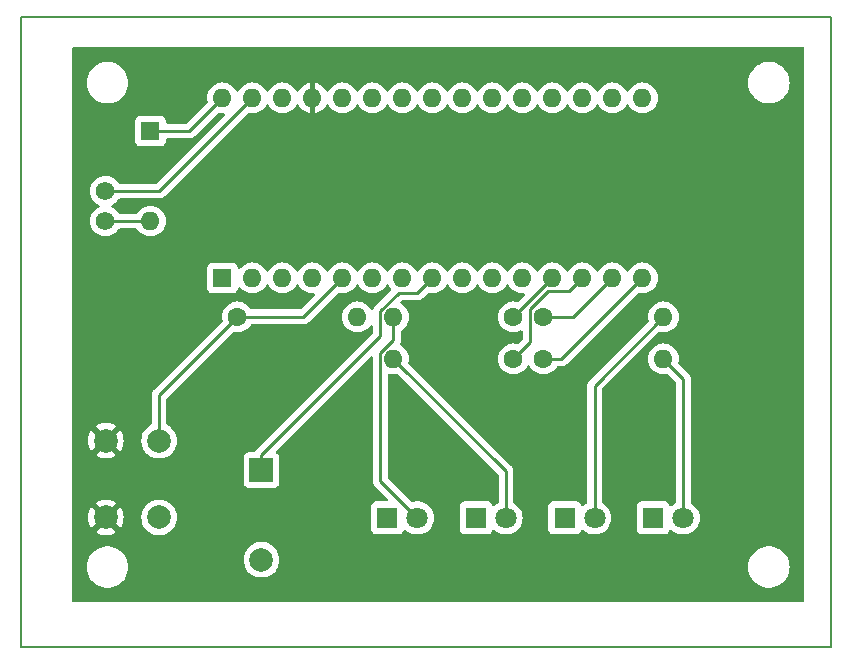
<source format=gbr>
%TF.GenerationSoftware,KiCad,Pcbnew,7.0.1*%
%TF.CreationDate,2024-11-28T00:40:51-08:00*%
%TF.ProjectId,puzzle_room,70757a7a-6c65-45f7-926f-6f6d2e6b6963,rev?*%
%TF.SameCoordinates,Original*%
%TF.FileFunction,Copper,L1,Top*%
%TF.FilePolarity,Positive*%
%FSLAX46Y46*%
G04 Gerber Fmt 4.6, Leading zero omitted, Abs format (unit mm)*
G04 Created by KiCad (PCBNEW 7.0.1) date 2024-11-28 00:40:51*
%MOMM*%
%LPD*%
G01*
G04 APERTURE LIST*
%TA.AperFunction,NonConductor*%
%ADD10C,0.200000*%
%TD*%
%TA.AperFunction,ComponentPad*%
%ADD11R,2.000000X2.000000*%
%TD*%
%TA.AperFunction,ComponentPad*%
%ADD12C,2.000000*%
%TD*%
%TA.AperFunction,ComponentPad*%
%ADD13C,1.600000*%
%TD*%
%TA.AperFunction,ComponentPad*%
%ADD14O,1.600000X1.600000*%
%TD*%
%TA.AperFunction,ComponentPad*%
%ADD15C,1.574800*%
%TD*%
%TA.AperFunction,ComponentPad*%
%ADD16R,1.800000X1.800000*%
%TD*%
%TA.AperFunction,ComponentPad*%
%ADD17C,1.800000*%
%TD*%
%TA.AperFunction,ComponentPad*%
%ADD18R,1.600000X1.600000*%
%TD*%
%TA.AperFunction,Conductor*%
%ADD19C,0.250000*%
%TD*%
G04 APERTURE END LIST*
D10*
X109220000Y-27940000D02*
X177800000Y-27940000D01*
X177800000Y-81280000D01*
X109220000Y-81280000D01*
X109220000Y-27940000D01*
D11*
%TO.P,BZ1,1,-*%
%TO.N,Speaker*%
X129540000Y-66284000D03*
D12*
%TO.P,BZ1,2,+*%
%TO.N,GND*%
X129540000Y-73884000D03*
%TD*%
D13*
%TO.P,R5,1*%
%TO.N,Green*%
X153416000Y-56886000D03*
D14*
%TO.P,R5,2*%
%TO.N,Net-(D4-A)*%
X163576000Y-56886000D03*
%TD*%
D15*
%TO.P,J1,1,1*%
%TO.N,9v_in*%
X116332000Y-45212000D03*
%TO.P,J1,2,2*%
%TO.N,GND*%
X116332000Y-42672000D03*
%TD*%
D16*
%TO.P,D4,1,K*%
%TO.N,GND*%
X162708000Y-70348000D03*
D17*
%TO.P,D4,2,A*%
%TO.N,Net-(D4-A)*%
X165248000Y-70348000D03*
%TD*%
D13*
%TO.P,R1,1*%
%TO.N,button*%
X127508000Y-53330000D03*
D14*
%TO.P,R1,2*%
%TO.N,GND*%
X137668000Y-53330000D03*
%TD*%
D16*
%TO.P,D3,1,K*%
%TO.N,GND*%
X155208000Y-70348000D03*
D17*
%TO.P,D3,2,A*%
%TO.N,Net-(D3-A)*%
X157748000Y-70348000D03*
%TD*%
D16*
%TO.P,D2,1,K*%
%TO.N,GND*%
X147708000Y-70348000D03*
D17*
%TO.P,D2,2,A*%
%TO.N,Net-(D2-A)*%
X150248000Y-70348000D03*
%TD*%
D13*
%TO.P,R3,1*%
%TO.N,Red1*%
X150876000Y-56886000D03*
D14*
%TO.P,R3,2*%
%TO.N,Net-(D2-A)*%
X140716000Y-56886000D03*
%TD*%
D12*
%TO.P,SW1,1,1*%
%TO.N,+5V*%
X116368000Y-70306000D03*
X116368000Y-63806000D03*
%TO.P,SW1,2,2*%
%TO.N,button*%
X120868000Y-70306000D03*
X120868000Y-63806000D03*
%TD*%
D13*
%TO.P,R4,1*%
%TO.N,Yellow*%
X153416000Y-53330000D03*
D14*
%TO.P,R4,2*%
%TO.N,Net-(D3-A)*%
X163576000Y-53330000D03*
%TD*%
D18*
%TO.P,D5,1,K*%
%TO.N,Net-(A1-VIN)*%
X120142000Y-37592000D03*
D14*
%TO.P,D5,2,A*%
%TO.N,9v_in*%
X120142000Y-45212000D03*
%TD*%
D18*
%TO.P,A1,1,D1/TX*%
%TO.N,unconnected-(A1-D1{slash}TX-Pad1)*%
X126238000Y-50028000D03*
D14*
%TO.P,A1,2,D0/RX*%
%TO.N,unconnected-(A1-D0{slash}RX-Pad2)*%
X128778000Y-50028000D03*
%TO.P,A1,3,~{RESET}*%
%TO.N,unconnected-(A1-~{RESET}-Pad3)*%
X131318000Y-50028000D03*
%TO.P,A1,4,GND*%
%TO.N,GND*%
X133858000Y-50028000D03*
%TO.P,A1,5,D2*%
%TO.N,button*%
X136398000Y-50028000D03*
%TO.P,A1,6,D3*%
%TO.N,unconnected-(A1-D3-Pad6)*%
X138938000Y-50028000D03*
%TO.P,A1,7,D4*%
%TO.N,unconnected-(A1-D4-Pad7)*%
X141478000Y-50028000D03*
%TO.P,A1,8,D5*%
%TO.N,Speaker*%
X144018000Y-50028000D03*
%TO.P,A1,9,D6*%
%TO.N,unconnected-(A1-D6-Pad9)*%
X146558000Y-50028000D03*
%TO.P,A1,10,D7*%
%TO.N,unconnected-(A1-D7-Pad10)*%
X149098000Y-50028000D03*
%TO.P,A1,11,D8*%
%TO.N,unconnected-(A1-D8-Pad11)*%
X151638000Y-50028000D03*
%TO.P,A1,12,D9*%
%TO.N,Red2*%
X154178000Y-50028000D03*
%TO.P,A1,13,D10*%
%TO.N,Red1*%
X156718000Y-50028000D03*
%TO.P,A1,14,D11*%
%TO.N,Yellow*%
X159258000Y-50028000D03*
%TO.P,A1,15,D12*%
%TO.N,Green*%
X161798000Y-50028000D03*
%TO.P,A1,16,D13*%
%TO.N,unconnected-(A1-D13-Pad16)*%
X161798000Y-34788000D03*
%TO.P,A1,17,3V3*%
%TO.N,unconnected-(A1-3V3-Pad17)*%
X159258000Y-34788000D03*
%TO.P,A1,18,AREF*%
%TO.N,unconnected-(A1-AREF-Pad18)*%
X156718000Y-34788000D03*
%TO.P,A1,19,A0*%
%TO.N,unconnected-(A1-A0-Pad19)*%
X154178000Y-34788000D03*
%TO.P,A1,20,A1*%
%TO.N,unconnected-(A1-A1-Pad20)*%
X151638000Y-34788000D03*
%TO.P,A1,21,A2*%
%TO.N,unconnected-(A1-A2-Pad21)*%
X149098000Y-34788000D03*
%TO.P,A1,22,A3*%
%TO.N,unconnected-(A1-A3-Pad22)*%
X146558000Y-34788000D03*
%TO.P,A1,23,A4*%
%TO.N,unconnected-(A1-A4-Pad23)*%
X144018000Y-34788000D03*
%TO.P,A1,24,A5*%
%TO.N,unconnected-(A1-A5-Pad24)*%
X141478000Y-34788000D03*
%TO.P,A1,25,A6*%
%TO.N,unconnected-(A1-A6-Pad25)*%
X138938000Y-34788000D03*
%TO.P,A1,26,A7*%
%TO.N,unconnected-(A1-A7-Pad26)*%
X136398000Y-34788000D03*
%TO.P,A1,27,+5V*%
%TO.N,+5V*%
X133858000Y-34788000D03*
%TO.P,A1,28,~{RESET}*%
%TO.N,unconnected-(A1-~{RESET}-Pad28)*%
X131318000Y-34788000D03*
%TO.P,A1,29,GND*%
%TO.N,GND*%
X128778000Y-34788000D03*
%TO.P,A1,30,VIN*%
%TO.N,Net-(A1-VIN)*%
X126238000Y-34788000D03*
%TD*%
D13*
%TO.P,R2,1*%
%TO.N,Red2*%
X150876000Y-53330000D03*
D14*
%TO.P,R2,2*%
%TO.N,Net-(D1-A)*%
X140716000Y-53330000D03*
%TD*%
D16*
%TO.P,D1,1,K*%
%TO.N,GND*%
X140208000Y-70348000D03*
D17*
%TO.P,D1,2,A*%
%TO.N,Net-(D1-A)*%
X142748000Y-70348000D03*
%TD*%
D19*
%TO.N,GND*%
X120894000Y-42672000D02*
X128778000Y-34788000D01*
X116332000Y-42672000D02*
X120894000Y-42672000D01*
%TO.N,button*%
X127508000Y-53330000D02*
X133096000Y-53330000D01*
X120868000Y-59970000D02*
X127508000Y-53330000D01*
X120868000Y-63806000D02*
X120868000Y-59970000D01*
X133096000Y-53330000D02*
X136398000Y-50028000D01*
X127296000Y-53330000D02*
X127508000Y-53330000D01*
%TO.N,Speaker*%
X129540000Y-65034000D02*
X139591000Y-54983000D01*
X139591000Y-54983000D02*
X139591000Y-52864009D01*
X129540000Y-66284000D02*
X129540000Y-65034000D01*
X141147009Y-51308000D02*
X142738000Y-51308000D01*
X139591000Y-52864009D02*
X141147009Y-51308000D01*
X142738000Y-51308000D02*
X144018000Y-50028000D01*
%TO.N,Red2*%
X150876000Y-53330000D02*
X154178000Y-50028000D01*
%TO.N,Red1*%
X155593000Y-51153000D02*
X156718000Y-50028000D01*
X150876000Y-56886000D02*
X152291000Y-55471000D01*
X152291000Y-55471000D02*
X152291000Y-52677000D01*
X152291000Y-52677000D02*
X153815000Y-51153000D01*
X153815000Y-51153000D02*
X155593000Y-51153000D01*
%TO.N,Yellow*%
X155956000Y-53330000D02*
X159258000Y-50028000D01*
X153416000Y-53330000D02*
X155956000Y-53330000D01*
%TO.N,Green*%
X154940000Y-56886000D02*
X161798000Y-50028000D01*
X153416000Y-56886000D02*
X154940000Y-56886000D01*
%TO.N,9v_in*%
X116332000Y-45212000D02*
X120142000Y-45212000D01*
%TO.N,Net-(D1-A)*%
X139591000Y-67191000D02*
X142748000Y-70348000D01*
X140716000Y-53330000D02*
X140716000Y-55295009D01*
X140716000Y-55295009D02*
X139591000Y-56420009D01*
X139591000Y-56420009D02*
X139591000Y-67191000D01*
%TO.N,Net-(D2-A)*%
X150248000Y-66418000D02*
X140716000Y-56886000D01*
X150248000Y-70348000D02*
X150248000Y-66418000D01*
%TO.N,Net-(D3-A)*%
X157748000Y-59158000D02*
X163576000Y-53330000D01*
X157748000Y-70348000D02*
X157748000Y-59158000D01*
%TO.N,Net-(D4-A)*%
X165248000Y-70348000D02*
X165248000Y-58558000D01*
X165248000Y-58558000D02*
X163576000Y-56886000D01*
%TO.N,Net-(A1-VIN)*%
X123434000Y-37592000D02*
X126238000Y-34788000D01*
X120142000Y-37592000D02*
X123434000Y-37592000D01*
%TD*%
%TA.AperFunction,Conductor*%
%TO.N,+5V*%
G36*
X175437500Y-30517113D02*
G01*
X175482887Y-30562500D01*
X175499500Y-30624500D01*
X175499500Y-77375500D01*
X175482887Y-77437500D01*
X175437500Y-77482887D01*
X175375500Y-77499500D01*
X113624500Y-77499500D01*
X113562500Y-77482887D01*
X113517113Y-77437500D01*
X113500500Y-77375500D01*
X113500500Y-74499999D01*
X114744591Y-74499999D01*
X114764197Y-74761627D01*
X114822580Y-75017418D01*
X114918431Y-75261641D01*
X114965732Y-75343570D01*
X115049614Y-75488857D01*
X115213195Y-75693981D01*
X115213197Y-75693983D01*
X115213198Y-75693984D01*
X115405514Y-75872428D01*
X115405520Y-75872432D01*
X115405521Y-75872433D01*
X115622296Y-76020228D01*
X115858677Y-76134063D01*
X116109385Y-76211396D01*
X116368818Y-76250500D01*
X116631182Y-76250500D01*
X116890615Y-76211396D01*
X117141323Y-76134063D01*
X117377704Y-76020228D01*
X117594479Y-75872433D01*
X117594482Y-75872429D01*
X117594485Y-75872428D01*
X117679792Y-75793273D01*
X117786805Y-75693981D01*
X117950386Y-75488857D01*
X118081568Y-75261643D01*
X118177420Y-75017416D01*
X118235802Y-74761630D01*
X118255408Y-74500000D01*
X118235802Y-74238370D01*
X118177420Y-73982584D01*
X118138728Y-73883999D01*
X128034356Y-73883999D01*
X128054891Y-74131816D01*
X128054891Y-74131819D01*
X128054892Y-74131821D01*
X128115937Y-74372881D01*
X128160960Y-74475523D01*
X128215825Y-74600604D01*
X128215827Y-74600607D01*
X128351836Y-74808785D01*
X128520256Y-74991738D01*
X128520259Y-74991740D01*
X128716485Y-75144470D01*
X128716487Y-75144471D01*
X128716491Y-75144474D01*
X128935190Y-75262828D01*
X129170386Y-75343571D01*
X129415665Y-75384500D01*
X129664335Y-75384500D01*
X129909614Y-75343571D01*
X130144810Y-75262828D01*
X130363509Y-75144474D01*
X130559744Y-74991738D01*
X130728164Y-74808785D01*
X130864173Y-74600607D01*
X130908304Y-74499999D01*
X170744591Y-74499999D01*
X170764197Y-74761627D01*
X170822580Y-75017418D01*
X170918431Y-75261641D01*
X170965732Y-75343570D01*
X171049614Y-75488857D01*
X171213195Y-75693981D01*
X171213197Y-75693983D01*
X171213198Y-75693984D01*
X171405514Y-75872428D01*
X171405520Y-75872432D01*
X171405521Y-75872433D01*
X171622296Y-76020228D01*
X171858677Y-76134063D01*
X172109385Y-76211396D01*
X172368818Y-76250500D01*
X172631182Y-76250500D01*
X172890615Y-76211396D01*
X173141323Y-76134063D01*
X173377704Y-76020228D01*
X173594479Y-75872433D01*
X173594482Y-75872429D01*
X173594485Y-75872428D01*
X173679792Y-75793273D01*
X173786805Y-75693981D01*
X173950386Y-75488857D01*
X174081568Y-75261643D01*
X174177420Y-75017416D01*
X174235802Y-74761630D01*
X174255408Y-74500000D01*
X174235802Y-74238370D01*
X174177420Y-73982584D01*
X174081568Y-73738357D01*
X173950386Y-73511143D01*
X173786805Y-73306019D01*
X173786801Y-73306015D01*
X173594485Y-73127571D01*
X173577170Y-73115766D01*
X173377704Y-72979772D01*
X173141323Y-72865937D01*
X172890615Y-72788604D01*
X172631182Y-72749500D01*
X172368818Y-72749500D01*
X172109385Y-72788604D01*
X171858677Y-72865937D01*
X171622296Y-72979772D01*
X171614791Y-72984889D01*
X171405514Y-73127571D01*
X171213198Y-73306015D01*
X171049613Y-73511143D01*
X170918431Y-73738358D01*
X170822580Y-73982581D01*
X170764197Y-74238372D01*
X170744591Y-74499999D01*
X130908304Y-74499999D01*
X130964063Y-74372881D01*
X131025108Y-74131821D01*
X131045643Y-73884000D01*
X131025108Y-73636179D01*
X130964063Y-73395119D01*
X130864173Y-73167393D01*
X130728164Y-72959215D01*
X130559744Y-72776262D01*
X130525360Y-72749500D01*
X130363514Y-72623529D01*
X130363510Y-72623526D01*
X130363509Y-72623526D01*
X130144810Y-72505172D01*
X130144806Y-72505170D01*
X130144805Y-72505170D01*
X129909615Y-72424429D01*
X129664335Y-72383500D01*
X129415665Y-72383500D01*
X129170384Y-72424429D01*
X128935194Y-72505170D01*
X128716485Y-72623529D01*
X128520259Y-72776259D01*
X128520256Y-72776261D01*
X128520256Y-72776262D01*
X128351836Y-72959215D01*
X128306499Y-73028607D01*
X128215825Y-73167395D01*
X128115938Y-73395117D01*
X128054891Y-73636183D01*
X128034356Y-73883999D01*
X118138728Y-73883999D01*
X118081568Y-73738357D01*
X117950386Y-73511143D01*
X117786805Y-73306019D01*
X117786801Y-73306015D01*
X117594485Y-73127571D01*
X117577170Y-73115766D01*
X117377704Y-72979772D01*
X117141323Y-72865937D01*
X116890615Y-72788604D01*
X116631182Y-72749500D01*
X116368818Y-72749500D01*
X116109385Y-72788604D01*
X115858677Y-72865937D01*
X115622296Y-72979772D01*
X115614791Y-72984889D01*
X115405514Y-73127571D01*
X115213198Y-73306015D01*
X115049613Y-73511143D01*
X114918431Y-73738358D01*
X114822580Y-73982581D01*
X114764197Y-74238372D01*
X114744591Y-74499999D01*
X113500500Y-74499999D01*
X113500500Y-71529610D01*
X115497942Y-71529610D01*
X115544766Y-71566055D01*
X115763393Y-71684368D01*
X115998506Y-71765083D01*
X116243707Y-71806000D01*
X116492293Y-71806000D01*
X116737493Y-71765083D01*
X116972606Y-71684368D01*
X117191233Y-71566053D01*
X117238056Y-71529609D01*
X116368000Y-70659553D01*
X115497942Y-71529609D01*
X115497942Y-71529610D01*
X113500500Y-71529610D01*
X113500500Y-70306000D01*
X114862858Y-70306000D01*
X114883386Y-70553732D01*
X114944413Y-70794721D01*
X115044268Y-71022370D01*
X115144563Y-71175882D01*
X115144564Y-71175882D01*
X116014447Y-70306001D01*
X116721553Y-70306001D01*
X117591434Y-71175882D01*
X117691730Y-71022369D01*
X117791586Y-70794721D01*
X117852613Y-70553732D01*
X117873141Y-70306000D01*
X119362356Y-70306000D01*
X119382891Y-70553816D01*
X119382891Y-70553819D01*
X119382892Y-70553821D01*
X119443937Y-70794881D01*
X119448069Y-70804300D01*
X119543825Y-71022604D01*
X119543827Y-71022607D01*
X119679836Y-71230785D01*
X119848256Y-71413738D01*
X119848259Y-71413740D01*
X120044485Y-71566470D01*
X120044487Y-71566471D01*
X120044491Y-71566474D01*
X120263190Y-71684828D01*
X120498386Y-71765571D01*
X120743665Y-71806500D01*
X120992335Y-71806500D01*
X121237614Y-71765571D01*
X121472810Y-71684828D01*
X121691509Y-71566474D01*
X121887744Y-71413738D01*
X122056164Y-71230785D01*
X122192173Y-71022607D01*
X122292063Y-70794881D01*
X122353108Y-70553821D01*
X122373643Y-70306000D01*
X122353108Y-70058179D01*
X122292063Y-69817119D01*
X122192173Y-69589393D01*
X122056164Y-69381215D01*
X121887744Y-69198262D01*
X121799065Y-69129240D01*
X121691514Y-69045529D01*
X121691510Y-69045526D01*
X121691509Y-69045526D01*
X121472810Y-68927172D01*
X121472806Y-68927170D01*
X121472805Y-68927170D01*
X121237615Y-68846429D01*
X120992335Y-68805500D01*
X120743665Y-68805500D01*
X120498384Y-68846429D01*
X120263194Y-68927170D01*
X120044485Y-69045529D01*
X119848259Y-69198259D01*
X119848256Y-69198261D01*
X119848256Y-69198262D01*
X119679836Y-69381215D01*
X119643968Y-69436116D01*
X119543825Y-69589395D01*
X119504455Y-69679151D01*
X119443937Y-69817119D01*
X119409667Y-69952447D01*
X119382891Y-70058183D01*
X119362356Y-70306000D01*
X117873141Y-70306000D01*
X117852613Y-70058267D01*
X117791586Y-69817278D01*
X117691730Y-69589630D01*
X117591434Y-69436116D01*
X116721553Y-70306000D01*
X116721553Y-70306001D01*
X116014447Y-70306001D01*
X116014447Y-70306000D01*
X115144564Y-69436116D01*
X115044266Y-69589634D01*
X114944413Y-69817278D01*
X114883386Y-70058267D01*
X114862858Y-70306000D01*
X113500500Y-70306000D01*
X113500500Y-69082390D01*
X115497942Y-69082390D01*
X116368000Y-69952447D01*
X116368001Y-69952447D01*
X117238057Y-69082390D01*
X117238056Y-69082388D01*
X117191235Y-69045947D01*
X116972606Y-68927631D01*
X116737493Y-68846916D01*
X116492293Y-68806000D01*
X116243707Y-68806000D01*
X115998506Y-68846916D01*
X115763393Y-68927631D01*
X115544764Y-69045946D01*
X115497942Y-69082388D01*
X115497942Y-69082390D01*
X113500500Y-69082390D01*
X113500500Y-65029610D01*
X115497942Y-65029610D01*
X115544766Y-65066055D01*
X115763393Y-65184368D01*
X115998506Y-65265083D01*
X116243707Y-65306000D01*
X116492293Y-65306000D01*
X116737493Y-65265083D01*
X116972606Y-65184368D01*
X117191233Y-65066053D01*
X117238056Y-65029609D01*
X116368000Y-64159553D01*
X115497942Y-65029609D01*
X115497942Y-65029610D01*
X113500500Y-65029610D01*
X113500500Y-63806000D01*
X114862858Y-63806000D01*
X114883386Y-64053732D01*
X114944413Y-64294721D01*
X115044268Y-64522370D01*
X115144563Y-64675882D01*
X115144564Y-64675882D01*
X116014447Y-63806001D01*
X116721553Y-63806001D01*
X117591434Y-64675882D01*
X117691730Y-64522369D01*
X117791586Y-64294721D01*
X117852613Y-64053732D01*
X117873141Y-63806000D01*
X117873141Y-63805999D01*
X119362356Y-63805999D01*
X119382891Y-64053816D01*
X119382891Y-64053819D01*
X119382892Y-64053821D01*
X119443937Y-64294881D01*
X119488960Y-64397523D01*
X119543825Y-64522604D01*
X119543827Y-64522607D01*
X119679836Y-64730785D01*
X119848256Y-64913738D01*
X119913667Y-64964649D01*
X120044485Y-65066470D01*
X120044487Y-65066471D01*
X120044491Y-65066474D01*
X120263190Y-65184828D01*
X120498386Y-65265571D01*
X120743665Y-65306500D01*
X120992335Y-65306500D01*
X121237614Y-65265571D01*
X121472810Y-65184828D01*
X121691509Y-65066474D01*
X121887744Y-64913738D01*
X122056164Y-64730785D01*
X122192173Y-64522607D01*
X122292063Y-64294881D01*
X122353108Y-64053821D01*
X122373643Y-63806000D01*
X122353108Y-63558179D01*
X122292063Y-63317119D01*
X122192173Y-63089393D01*
X122056164Y-62881215D01*
X121887744Y-62698262D01*
X121865612Y-62681036D01*
X121691514Y-62545529D01*
X121691510Y-62545526D01*
X121691509Y-62545526D01*
X121558480Y-62473534D01*
X121510977Y-62427955D01*
X121493500Y-62364481D01*
X121493500Y-60280452D01*
X121502939Y-60232999D01*
X121529819Y-60192771D01*
X124309773Y-57412817D01*
X127093178Y-54629411D01*
X127148763Y-54597319D01*
X127212951Y-54597319D01*
X127281308Y-54615635D01*
X127508000Y-54635468D01*
X127734692Y-54615635D01*
X127954496Y-54556739D01*
X128160734Y-54460568D01*
X128347139Y-54330047D01*
X128508047Y-54169139D01*
X128620612Y-54008377D01*
X128664931Y-53969511D01*
X128722188Y-53955500D01*
X133013256Y-53955500D01*
X133033762Y-53957764D01*
X133036665Y-53957672D01*
X133036667Y-53957673D01*
X133103872Y-53955561D01*
X133107768Y-53955500D01*
X133135349Y-53955500D01*
X133135350Y-53955500D01*
X133139319Y-53954998D01*
X133150965Y-53954080D01*
X133194627Y-53952709D01*
X133213859Y-53947120D01*
X133232918Y-53943174D01*
X133239196Y-53942381D01*
X133252792Y-53940664D01*
X133293407Y-53924582D01*
X133304444Y-53920803D01*
X133346390Y-53908618D01*
X133363629Y-53898422D01*
X133381102Y-53889862D01*
X133399732Y-53882486D01*
X133435064Y-53856814D01*
X133444830Y-53850400D01*
X133482418Y-53828171D01*
X133482417Y-53828171D01*
X133482420Y-53828170D01*
X133496585Y-53814004D01*
X133511373Y-53801373D01*
X133527587Y-53789594D01*
X133555438Y-53755926D01*
X133563279Y-53747309D01*
X135983178Y-51327411D01*
X136038763Y-51295319D01*
X136102951Y-51295319D01*
X136171308Y-51313635D01*
X136398000Y-51333468D01*
X136624692Y-51313635D01*
X136844496Y-51254739D01*
X137050734Y-51158568D01*
X137237139Y-51028047D01*
X137398047Y-50867139D01*
X137528568Y-50680734D01*
X137555618Y-50622724D01*
X137601375Y-50570549D01*
X137668000Y-50551129D01*
X137734625Y-50570549D01*
X137780382Y-50622725D01*
X137807431Y-50680733D01*
X137937953Y-50867140D01*
X138098859Y-51028046D01*
X138285264Y-51158567D01*
X138285265Y-51158567D01*
X138285266Y-51158568D01*
X138491504Y-51254739D01*
X138711308Y-51313635D01*
X138938000Y-51333468D01*
X139164692Y-51313635D01*
X139384496Y-51254739D01*
X139590734Y-51158568D01*
X139777139Y-51028047D01*
X139938047Y-50867139D01*
X140068568Y-50680734D01*
X140095618Y-50622724D01*
X140141375Y-50570549D01*
X140208000Y-50551129D01*
X140274625Y-50570549D01*
X140320382Y-50622725D01*
X140347431Y-50680733D01*
X140477953Y-50867140D01*
X140502934Y-50892121D01*
X140535028Y-50947708D01*
X140535028Y-51011896D01*
X140502934Y-51067483D01*
X139207208Y-52363208D01*
X139191110Y-52376105D01*
X139143096Y-52427234D01*
X139140391Y-52430026D01*
X139120874Y-52449543D01*
X139118415Y-52452714D01*
X139110842Y-52461581D01*
X139080935Y-52493429D01*
X139071285Y-52510983D01*
X139060609Y-52527237D01*
X139048326Y-52543072D01*
X139030975Y-52583167D01*
X139025838Y-52593653D01*
X138997257Y-52645643D01*
X138993634Y-52643651D01*
X138972355Y-52679429D01*
X138910040Y-52710651D01*
X138840727Y-52703325D01*
X138786316Y-52659769D01*
X138668047Y-52490861D01*
X138668045Y-52490858D01*
X138507140Y-52329953D01*
X138320735Y-52199432D01*
X138114497Y-52103261D01*
X137894689Y-52044364D01*
X137668000Y-52024531D01*
X137441310Y-52044364D01*
X137221502Y-52103261D01*
X137015264Y-52199432D01*
X136828859Y-52329953D01*
X136667953Y-52490859D01*
X136537432Y-52677264D01*
X136441261Y-52883502D01*
X136382364Y-53103310D01*
X136362531Y-53329999D01*
X136382364Y-53556689D01*
X136441261Y-53776497D01*
X136537432Y-53982735D01*
X136667953Y-54169140D01*
X136828859Y-54330046D01*
X137015264Y-54460567D01*
X137015265Y-54460567D01*
X137015266Y-54460568D01*
X137221504Y-54556739D01*
X137441308Y-54615635D01*
X137668000Y-54635468D01*
X137894692Y-54615635D01*
X138114496Y-54556739D01*
X138320734Y-54460568D01*
X138507139Y-54330047D01*
X138668047Y-54169139D01*
X138707326Y-54113041D01*
X138739925Y-54066486D01*
X138787141Y-54026159D01*
X138847989Y-54013779D01*
X138907210Y-54032451D01*
X138949953Y-54077492D01*
X138965500Y-54137609D01*
X138965500Y-54672547D01*
X138956061Y-54720000D01*
X138929181Y-54760228D01*
X129156208Y-64533199D01*
X129140110Y-64546096D01*
X129092096Y-64597225D01*
X129089391Y-64600017D01*
X129069874Y-64619534D01*
X129067415Y-64622705D01*
X129059842Y-64631572D01*
X129029935Y-64663420D01*
X129020285Y-64680974D01*
X129009609Y-64697228D01*
X128987730Y-64725437D01*
X128987726Y-64725434D01*
X128972146Y-64748100D01*
X128932242Y-64774309D01*
X128885393Y-64783500D01*
X128492130Y-64783500D01*
X128432515Y-64789909D01*
X128297669Y-64840204D01*
X128182454Y-64926454D01*
X128096204Y-65041668D01*
X128045909Y-65176516D01*
X128039500Y-65236130D01*
X128039500Y-67331869D01*
X128041212Y-67347792D01*
X128045909Y-67391483D01*
X128096204Y-67526331D01*
X128182454Y-67641546D01*
X128297669Y-67727796D01*
X128432517Y-67778091D01*
X128492127Y-67784500D01*
X130587872Y-67784499D01*
X130647483Y-67778091D01*
X130782331Y-67727796D01*
X130897546Y-67641546D01*
X130983796Y-67526331D01*
X131034091Y-67391483D01*
X131040500Y-67331873D01*
X131040499Y-65236128D01*
X131034091Y-65176517D01*
X130983796Y-65041669D01*
X130897546Y-64926454D01*
X130880562Y-64913740D01*
X130803131Y-64855775D01*
X130761260Y-64799841D01*
X130756276Y-64730150D01*
X130789759Y-64668829D01*
X138753818Y-56704771D01*
X138803182Y-56674521D01*
X138860898Y-56669979D01*
X138914385Y-56692134D01*
X138951985Y-56736157D01*
X138965500Y-56792452D01*
X138965500Y-67108256D01*
X138963235Y-67128762D01*
X138965439Y-67198873D01*
X138965500Y-67202768D01*
X138965500Y-67230349D01*
X138966003Y-67234334D01*
X138966918Y-67245967D01*
X138968290Y-67289626D01*
X138973879Y-67308860D01*
X138977825Y-67327916D01*
X138980335Y-67347792D01*
X138996414Y-67388404D01*
X139000197Y-67399451D01*
X139012382Y-67441391D01*
X139022580Y-67458635D01*
X139031136Y-67476100D01*
X139038514Y-67494732D01*
X139038515Y-67494733D01*
X139064180Y-67530059D01*
X139070593Y-67539822D01*
X139092826Y-67577416D01*
X139092829Y-67577419D01*
X139092830Y-67577420D01*
X139106995Y-67591585D01*
X139119627Y-67606375D01*
X139131406Y-67622587D01*
X139165058Y-67650426D01*
X139173699Y-67658289D01*
X140251228Y-68735819D01*
X140281478Y-68785182D01*
X140286020Y-68842898D01*
X140263865Y-68896385D01*
X140219842Y-68933985D01*
X140163547Y-68947500D01*
X139260130Y-68947500D01*
X139200515Y-68953909D01*
X139065669Y-69004204D01*
X138950454Y-69090454D01*
X138864204Y-69205668D01*
X138820382Y-69323160D01*
X138813909Y-69340517D01*
X138809534Y-69381215D01*
X138807500Y-69400130D01*
X138807500Y-71295869D01*
X138813909Y-71355484D01*
X138820383Y-71372842D01*
X138864204Y-71490331D01*
X138950454Y-71605546D01*
X139065669Y-71691796D01*
X139200517Y-71742091D01*
X139260127Y-71748500D01*
X141155872Y-71748499D01*
X141215483Y-71742091D01*
X141350331Y-71691796D01*
X141465546Y-71605546D01*
X141551796Y-71490331D01*
X141580455Y-71413490D01*
X141616405Y-71362279D01*
X141672787Y-71335140D01*
X141735242Y-71338988D01*
X141787864Y-71372841D01*
X141796216Y-71381913D01*
X141979374Y-71524470D01*
X142183497Y-71634936D01*
X142293257Y-71672616D01*
X142403015Y-71710297D01*
X142403017Y-71710297D01*
X142403019Y-71710298D01*
X142631951Y-71748500D01*
X142864048Y-71748500D01*
X142864049Y-71748500D01*
X143092981Y-71710298D01*
X143312503Y-71634936D01*
X143516626Y-71524470D01*
X143699784Y-71381913D01*
X143856979Y-71211153D01*
X143983924Y-71016849D01*
X144077157Y-70804300D01*
X144134134Y-70579305D01*
X144153300Y-70348000D01*
X144134134Y-70116695D01*
X144077157Y-69891700D01*
X143983924Y-69679151D01*
X143856979Y-69484847D01*
X143699784Y-69314087D01*
X143516626Y-69171530D01*
X143312503Y-69061064D01*
X143312499Y-69061062D01*
X143312498Y-69061062D01*
X143092984Y-68985702D01*
X142902456Y-68953909D01*
X142864049Y-68947500D01*
X142631951Y-68947500D01*
X142593544Y-68953909D01*
X142403017Y-68985702D01*
X142377421Y-68994489D01*
X142309210Y-68998016D01*
X142249479Y-68964888D01*
X140252819Y-66968228D01*
X140225939Y-66928000D01*
X140216500Y-66880547D01*
X140216500Y-58260137D01*
X140229288Y-58205293D01*
X140265013Y-58161761D01*
X140316309Y-58138520D01*
X140372593Y-58140362D01*
X140489099Y-58171579D01*
X140489308Y-58171635D01*
X140716000Y-58191468D01*
X140942692Y-58171635D01*
X141011049Y-58153319D01*
X141075235Y-58153319D01*
X141130823Y-58185413D01*
X149586181Y-66640771D01*
X149613061Y-66680999D01*
X149622500Y-66728452D01*
X149622500Y-69020186D01*
X149605023Y-69083659D01*
X149557518Y-69129240D01*
X149479377Y-69171528D01*
X149479375Y-69171529D01*
X149479374Y-69171530D01*
X149435512Y-69205669D01*
X149296213Y-69314089D01*
X149287863Y-69323160D01*
X149235239Y-69357012D01*
X149172785Y-69360859D01*
X149116405Y-69333720D01*
X149080455Y-69282509D01*
X149051796Y-69205669D01*
X148965546Y-69090454D01*
X148850331Y-69004204D01*
X148715483Y-68953909D01*
X148655873Y-68947500D01*
X148655869Y-68947500D01*
X146760130Y-68947500D01*
X146700515Y-68953909D01*
X146565669Y-69004204D01*
X146450454Y-69090454D01*
X146364204Y-69205668D01*
X146320382Y-69323160D01*
X146313909Y-69340517D01*
X146309534Y-69381215D01*
X146307500Y-69400130D01*
X146307500Y-71295869D01*
X146313909Y-71355484D01*
X146320383Y-71372842D01*
X146364204Y-71490331D01*
X146450454Y-71605546D01*
X146565669Y-71691796D01*
X146700517Y-71742091D01*
X146760127Y-71748500D01*
X148655872Y-71748499D01*
X148715483Y-71742091D01*
X148850331Y-71691796D01*
X148965546Y-71605546D01*
X149051796Y-71490331D01*
X149080455Y-71413490D01*
X149116405Y-71362279D01*
X149172787Y-71335140D01*
X149235242Y-71338988D01*
X149287864Y-71372841D01*
X149296216Y-71381913D01*
X149479374Y-71524470D01*
X149683497Y-71634936D01*
X149793257Y-71672616D01*
X149903015Y-71710297D01*
X149903017Y-71710297D01*
X149903019Y-71710298D01*
X150131951Y-71748500D01*
X150364048Y-71748500D01*
X150364049Y-71748500D01*
X150592981Y-71710298D01*
X150812503Y-71634936D01*
X151016626Y-71524470D01*
X151199784Y-71381913D01*
X151278993Y-71295869D01*
X153807500Y-71295869D01*
X153813909Y-71355484D01*
X153820383Y-71372842D01*
X153864204Y-71490331D01*
X153950454Y-71605546D01*
X154065669Y-71691796D01*
X154200517Y-71742091D01*
X154260127Y-71748500D01*
X156155872Y-71748499D01*
X156215483Y-71742091D01*
X156350331Y-71691796D01*
X156465546Y-71605546D01*
X156551796Y-71490331D01*
X156580455Y-71413490D01*
X156616405Y-71362279D01*
X156672787Y-71335140D01*
X156735242Y-71338988D01*
X156787864Y-71372841D01*
X156796216Y-71381913D01*
X156979374Y-71524470D01*
X157183497Y-71634936D01*
X157293257Y-71672616D01*
X157403015Y-71710297D01*
X157403017Y-71710297D01*
X157403019Y-71710298D01*
X157631951Y-71748500D01*
X157864048Y-71748500D01*
X157864049Y-71748500D01*
X158092981Y-71710298D01*
X158312503Y-71634936D01*
X158516626Y-71524470D01*
X158699784Y-71381913D01*
X158778993Y-71295869D01*
X161307500Y-71295869D01*
X161313909Y-71355484D01*
X161320383Y-71372842D01*
X161364204Y-71490331D01*
X161450454Y-71605546D01*
X161565669Y-71691796D01*
X161700517Y-71742091D01*
X161760127Y-71748500D01*
X163655872Y-71748499D01*
X163715483Y-71742091D01*
X163850331Y-71691796D01*
X163965546Y-71605546D01*
X164051796Y-71490331D01*
X164080455Y-71413490D01*
X164116405Y-71362279D01*
X164172787Y-71335140D01*
X164235242Y-71338988D01*
X164287864Y-71372841D01*
X164296216Y-71381913D01*
X164479374Y-71524470D01*
X164683497Y-71634936D01*
X164793257Y-71672616D01*
X164903015Y-71710297D01*
X164903017Y-71710297D01*
X164903019Y-71710298D01*
X165131951Y-71748500D01*
X165364048Y-71748500D01*
X165364049Y-71748500D01*
X165592981Y-71710298D01*
X165812503Y-71634936D01*
X166016626Y-71524470D01*
X166199784Y-71381913D01*
X166356979Y-71211153D01*
X166483924Y-71016849D01*
X166577157Y-70804300D01*
X166634134Y-70579305D01*
X166653300Y-70348000D01*
X166634134Y-70116695D01*
X166577157Y-69891700D01*
X166483924Y-69679151D01*
X166356979Y-69484847D01*
X166199784Y-69314087D01*
X166016626Y-69171530D01*
X165998284Y-69161604D01*
X165938482Y-69129240D01*
X165890977Y-69083659D01*
X165873500Y-69020186D01*
X165873500Y-58640741D01*
X165875763Y-58620237D01*
X165873561Y-58550145D01*
X165873500Y-58546251D01*
X165873500Y-58518657D01*
X165873500Y-58518650D01*
X165872995Y-58514653D01*
X165872080Y-58503023D01*
X165870709Y-58459373D01*
X165865120Y-58440140D01*
X165861174Y-58421082D01*
X165858664Y-58401206D01*
X165842588Y-58360604D01*
X165838804Y-58349553D01*
X165832881Y-58329168D01*
X165826618Y-58307610D01*
X165816414Y-58290355D01*
X165807861Y-58272895D01*
X165800486Y-58254268D01*
X165774808Y-58218925D01*
X165768401Y-58209171D01*
X165766108Y-58205293D01*
X165746170Y-58171580D01*
X165732005Y-58157415D01*
X165719367Y-58142617D01*
X165707595Y-58126413D01*
X165673941Y-58098573D01*
X165665299Y-58090709D01*
X164875413Y-57300822D01*
X164843319Y-57245234D01*
X164843319Y-57181047D01*
X164846000Y-57171042D01*
X164861635Y-57112692D01*
X164881468Y-56886000D01*
X164861635Y-56659308D01*
X164802739Y-56439504D01*
X164706568Y-56233266D01*
X164576047Y-56046861D01*
X164576046Y-56046859D01*
X164415140Y-55885953D01*
X164228735Y-55755432D01*
X164022497Y-55659261D01*
X163802689Y-55600364D01*
X163576000Y-55580531D01*
X163349310Y-55600364D01*
X163129502Y-55659261D01*
X162923264Y-55755432D01*
X162736859Y-55885953D01*
X162575953Y-56046859D01*
X162445432Y-56233264D01*
X162349261Y-56439502D01*
X162290364Y-56659310D01*
X162270531Y-56886000D01*
X162290364Y-57112689D01*
X162349261Y-57332497D01*
X162445432Y-57538735D01*
X162575953Y-57725140D01*
X162736859Y-57886046D01*
X162923264Y-58016567D01*
X162923265Y-58016567D01*
X162923266Y-58016568D01*
X163129504Y-58112739D01*
X163349308Y-58171635D01*
X163576000Y-58191468D01*
X163802692Y-58171635D01*
X163871048Y-58153319D01*
X163935234Y-58153319D01*
X163990822Y-58185413D01*
X164586181Y-58780772D01*
X164613061Y-58821000D01*
X164622500Y-58868453D01*
X164622500Y-69020186D01*
X164605023Y-69083659D01*
X164557518Y-69129240D01*
X164479377Y-69171528D01*
X164479375Y-69171529D01*
X164479374Y-69171530D01*
X164435512Y-69205669D01*
X164296213Y-69314089D01*
X164287863Y-69323160D01*
X164235239Y-69357012D01*
X164172785Y-69360859D01*
X164116405Y-69333720D01*
X164080455Y-69282509D01*
X164051796Y-69205669D01*
X163965546Y-69090454D01*
X163850331Y-69004204D01*
X163715483Y-68953909D01*
X163655873Y-68947500D01*
X163655869Y-68947500D01*
X161760130Y-68947500D01*
X161700515Y-68953909D01*
X161565669Y-69004204D01*
X161450454Y-69090454D01*
X161364204Y-69205668D01*
X161320382Y-69323160D01*
X161313909Y-69340517D01*
X161309534Y-69381215D01*
X161307500Y-69400130D01*
X161307500Y-71295869D01*
X158778993Y-71295869D01*
X158856979Y-71211153D01*
X158983924Y-71016849D01*
X159077157Y-70804300D01*
X159134134Y-70579305D01*
X159153300Y-70348000D01*
X159134134Y-70116695D01*
X159077157Y-69891700D01*
X158983924Y-69679151D01*
X158856979Y-69484847D01*
X158699784Y-69314087D01*
X158516626Y-69171530D01*
X158498284Y-69161604D01*
X158438482Y-69129240D01*
X158390977Y-69083659D01*
X158373500Y-69020186D01*
X158373500Y-59468452D01*
X158382939Y-59420999D01*
X158409819Y-59380771D01*
X159585297Y-58205293D01*
X163161178Y-54629410D01*
X163216764Y-54597318D01*
X163280947Y-54597318D01*
X163349308Y-54615635D01*
X163576000Y-54635468D01*
X163802692Y-54615635D01*
X164022496Y-54556739D01*
X164228734Y-54460568D01*
X164415139Y-54330047D01*
X164576047Y-54169139D01*
X164706568Y-53982734D01*
X164802739Y-53776496D01*
X164861635Y-53556692D01*
X164881468Y-53330000D01*
X164861635Y-53103308D01*
X164802739Y-52883504D01*
X164706568Y-52677266D01*
X164694315Y-52659767D01*
X164576046Y-52490859D01*
X164415140Y-52329953D01*
X164228735Y-52199432D01*
X164022497Y-52103261D01*
X163802689Y-52044364D01*
X163576000Y-52024531D01*
X163349310Y-52044364D01*
X163129502Y-52103261D01*
X162923264Y-52199432D01*
X162736859Y-52329953D01*
X162575953Y-52490859D01*
X162445432Y-52677264D01*
X162349261Y-52883502D01*
X162290364Y-53103310D01*
X162270531Y-53329999D01*
X162290364Y-53556690D01*
X162308680Y-53625047D01*
X162308680Y-53689234D01*
X162276586Y-53744821D01*
X157364208Y-58657199D01*
X157348110Y-58670096D01*
X157300096Y-58721225D01*
X157297391Y-58724017D01*
X157277874Y-58743534D01*
X157275415Y-58746705D01*
X157267842Y-58755572D01*
X157237935Y-58787420D01*
X157228285Y-58804974D01*
X157217609Y-58821228D01*
X157205326Y-58837063D01*
X157187975Y-58877158D01*
X157182838Y-58887644D01*
X157161802Y-58925907D01*
X157156821Y-58945309D01*
X157150520Y-58963711D01*
X157142561Y-58982102D01*
X157135728Y-59025242D01*
X157133360Y-59036674D01*
X157122500Y-59078978D01*
X157122500Y-59099016D01*
X157120973Y-59118415D01*
X157117840Y-59138194D01*
X157121950Y-59181675D01*
X157122500Y-59193344D01*
X157122500Y-69020186D01*
X157105023Y-69083659D01*
X157057518Y-69129240D01*
X156979377Y-69171528D01*
X156979375Y-69171529D01*
X156979374Y-69171530D01*
X156935512Y-69205669D01*
X156796213Y-69314089D01*
X156787863Y-69323160D01*
X156735239Y-69357012D01*
X156672785Y-69360859D01*
X156616405Y-69333720D01*
X156580455Y-69282509D01*
X156551796Y-69205669D01*
X156465546Y-69090454D01*
X156350331Y-69004204D01*
X156215483Y-68953909D01*
X156155873Y-68947500D01*
X156155869Y-68947500D01*
X154260130Y-68947500D01*
X154200515Y-68953909D01*
X154065669Y-69004204D01*
X153950454Y-69090454D01*
X153864204Y-69205668D01*
X153820382Y-69323160D01*
X153813909Y-69340517D01*
X153809534Y-69381215D01*
X153807500Y-69400130D01*
X153807500Y-71295869D01*
X151278993Y-71295869D01*
X151356979Y-71211153D01*
X151483924Y-71016849D01*
X151577157Y-70804300D01*
X151634134Y-70579305D01*
X151653300Y-70348000D01*
X151634134Y-70116695D01*
X151577157Y-69891700D01*
X151483924Y-69679151D01*
X151356979Y-69484847D01*
X151199784Y-69314087D01*
X151016626Y-69171530D01*
X150998284Y-69161604D01*
X150938482Y-69129240D01*
X150890977Y-69083659D01*
X150873500Y-69020186D01*
X150873500Y-66500744D01*
X150875764Y-66480236D01*
X150873561Y-66410113D01*
X150873500Y-66406219D01*
X150873500Y-66378654D01*
X150873500Y-66378650D01*
X150872997Y-66374670D01*
X150872081Y-66363028D01*
X150870710Y-66319373D01*
X150865118Y-66300126D01*
X150861174Y-66281085D01*
X150858664Y-66261208D01*
X150842579Y-66220583D01*
X150838808Y-66209568D01*
X150826618Y-66167610D01*
X150816414Y-66150355D01*
X150807861Y-66132895D01*
X150800486Y-66114269D01*
X150800486Y-66114268D01*
X150774808Y-66078925D01*
X150768401Y-66069171D01*
X150746169Y-66031579D01*
X150732006Y-66017416D01*
X150719367Y-66002617D01*
X150707595Y-65986413D01*
X150673941Y-65958573D01*
X150665299Y-65950709D01*
X142015413Y-57300822D01*
X141983319Y-57245234D01*
X141983319Y-57181047D01*
X141986000Y-57171042D01*
X142001635Y-57112692D01*
X142021468Y-56886000D01*
X142001635Y-56659308D01*
X141942739Y-56439504D01*
X141846568Y-56233266D01*
X141716047Y-56046861D01*
X141716046Y-56046859D01*
X141555140Y-55885953D01*
X141368735Y-55755432D01*
X141350021Y-55746706D01*
X141336211Y-55740266D01*
X141287706Y-55699947D01*
X141265310Y-55640980D01*
X141274822Y-55578624D01*
X141276025Y-55575845D01*
X141281160Y-55565365D01*
X141289597Y-55550019D01*
X141302197Y-55527101D01*
X141307179Y-55507693D01*
X141313481Y-55489289D01*
X141321437Y-55470905D01*
X141328269Y-55427761D01*
X141330633Y-55416347D01*
X141341500Y-55374028D01*
X141341500Y-55353993D01*
X141343027Y-55334594D01*
X141343068Y-55334330D01*
X141346160Y-55314813D01*
X141342050Y-55271334D01*
X141341500Y-55259665D01*
X141341500Y-54544188D01*
X141355511Y-54486931D01*
X141394377Y-54442613D01*
X141555140Y-54330046D01*
X141716046Y-54169140D01*
X141787924Y-54066486D01*
X141846568Y-53982734D01*
X141942739Y-53776496D01*
X142001635Y-53556692D01*
X142021468Y-53330000D01*
X142001635Y-53103308D01*
X141942739Y-52883504D01*
X141846568Y-52677266D01*
X141834315Y-52659767D01*
X141716046Y-52490859D01*
X141555140Y-52329953D01*
X141359848Y-52193210D01*
X141360951Y-52191634D01*
X141327375Y-52164681D01*
X141303639Y-52110727D01*
X141307498Y-52051910D01*
X141338076Y-52001523D01*
X141369783Y-51969816D01*
X141410011Y-51942938D01*
X141457462Y-51933500D01*
X142655256Y-51933500D01*
X142675762Y-51935764D01*
X142678665Y-51935672D01*
X142678667Y-51935673D01*
X142745872Y-51933561D01*
X142749768Y-51933500D01*
X142777349Y-51933500D01*
X142777350Y-51933500D01*
X142781319Y-51932998D01*
X142792965Y-51932080D01*
X142836627Y-51930709D01*
X142855859Y-51925120D01*
X142874918Y-51921174D01*
X142881196Y-51920381D01*
X142894792Y-51918664D01*
X142935407Y-51902582D01*
X142946444Y-51898803D01*
X142988390Y-51886618D01*
X143005629Y-51876422D01*
X143023102Y-51867862D01*
X143041732Y-51860486D01*
X143077064Y-51834814D01*
X143086830Y-51828400D01*
X143088622Y-51827340D01*
X143124420Y-51806170D01*
X143138585Y-51792004D01*
X143153373Y-51779373D01*
X143169587Y-51767594D01*
X143197438Y-51733926D01*
X143205279Y-51725309D01*
X143603178Y-51327411D01*
X143658763Y-51295319D01*
X143722951Y-51295319D01*
X143791308Y-51313635D01*
X144018000Y-51333468D01*
X144244692Y-51313635D01*
X144464496Y-51254739D01*
X144670734Y-51158568D01*
X144857139Y-51028047D01*
X145018047Y-50867139D01*
X145148568Y-50680734D01*
X145175618Y-50622724D01*
X145221375Y-50570549D01*
X145288000Y-50551129D01*
X145354625Y-50570549D01*
X145400382Y-50622725D01*
X145427431Y-50680733D01*
X145557953Y-50867140D01*
X145718859Y-51028046D01*
X145905264Y-51158567D01*
X145905265Y-51158567D01*
X145905266Y-51158568D01*
X146111504Y-51254739D01*
X146331308Y-51313635D01*
X146558000Y-51333468D01*
X146784692Y-51313635D01*
X147004496Y-51254739D01*
X147210734Y-51158568D01*
X147397139Y-51028047D01*
X147558047Y-50867139D01*
X147688568Y-50680734D01*
X147715618Y-50622724D01*
X147761375Y-50570549D01*
X147828000Y-50551129D01*
X147894625Y-50570549D01*
X147940382Y-50622725D01*
X147967431Y-50680733D01*
X148097953Y-50867140D01*
X148258859Y-51028046D01*
X148445264Y-51158567D01*
X148445265Y-51158567D01*
X148445266Y-51158568D01*
X148651504Y-51254739D01*
X148871308Y-51313635D01*
X149098000Y-51333468D01*
X149324692Y-51313635D01*
X149544496Y-51254739D01*
X149750734Y-51158568D01*
X149937139Y-51028047D01*
X150098047Y-50867139D01*
X150228568Y-50680734D01*
X150255618Y-50622724D01*
X150301375Y-50570549D01*
X150368000Y-50551129D01*
X150434625Y-50570549D01*
X150480382Y-50622725D01*
X150507431Y-50680733D01*
X150637953Y-50867140D01*
X150798859Y-51028046D01*
X150985264Y-51158567D01*
X150985265Y-51158567D01*
X150985266Y-51158568D01*
X151191504Y-51254739D01*
X151411308Y-51313635D01*
X151562436Y-51326857D01*
X151637999Y-51333468D01*
X151637999Y-51333467D01*
X151638000Y-51333468D01*
X151653193Y-51332138D01*
X151682099Y-51329610D01*
X151741357Y-51338995D01*
X151789273Y-51375102D01*
X151814629Y-51429477D01*
X151811489Y-51489392D01*
X151780588Y-51540819D01*
X151290821Y-52030586D01*
X151235234Y-52062680D01*
X151171047Y-52062680D01*
X151102690Y-52044364D01*
X150875999Y-52024531D01*
X150649310Y-52044364D01*
X150429502Y-52103261D01*
X150223264Y-52199432D01*
X150036859Y-52329953D01*
X149875953Y-52490859D01*
X149745432Y-52677264D01*
X149649261Y-52883502D01*
X149590364Y-53103310D01*
X149570531Y-53329999D01*
X149590364Y-53556689D01*
X149649261Y-53776497D01*
X149745432Y-53982735D01*
X149875953Y-54169140D01*
X150036859Y-54330046D01*
X150223264Y-54460567D01*
X150223265Y-54460567D01*
X150223266Y-54460568D01*
X150429504Y-54556739D01*
X150649308Y-54615635D01*
X150876000Y-54635468D01*
X151102692Y-54615635D01*
X151322496Y-54556739D01*
X151489095Y-54479051D01*
X151549610Y-54467699D01*
X151608125Y-54486853D01*
X151650214Y-54531791D01*
X151665500Y-54591434D01*
X151665500Y-55160547D01*
X151656061Y-55208000D01*
X151629183Y-55248225D01*
X151369712Y-55507696D01*
X151290821Y-55586587D01*
X151235234Y-55618680D01*
X151171047Y-55618680D01*
X151102690Y-55600364D01*
X150875999Y-55580531D01*
X150649310Y-55600364D01*
X150429502Y-55659261D01*
X150223264Y-55755432D01*
X150036859Y-55885953D01*
X149875953Y-56046859D01*
X149745432Y-56233264D01*
X149649261Y-56439502D01*
X149590364Y-56659310D01*
X149570531Y-56886000D01*
X149590364Y-57112689D01*
X149649261Y-57332497D01*
X149745432Y-57538735D01*
X149875953Y-57725140D01*
X150036859Y-57886046D01*
X150223264Y-58016567D01*
X150223265Y-58016567D01*
X150223266Y-58016568D01*
X150429504Y-58112739D01*
X150649308Y-58171635D01*
X150876000Y-58191468D01*
X151102692Y-58171635D01*
X151322496Y-58112739D01*
X151528734Y-58016568D01*
X151715139Y-57886047D01*
X151876047Y-57725139D01*
X152006568Y-57538734D01*
X152033618Y-57480724D01*
X152079375Y-57428549D01*
X152146000Y-57409129D01*
X152212625Y-57428549D01*
X152258382Y-57480725D01*
X152285431Y-57538733D01*
X152415953Y-57725140D01*
X152576859Y-57886046D01*
X152763264Y-58016567D01*
X152763265Y-58016567D01*
X152763266Y-58016568D01*
X152969504Y-58112739D01*
X153189308Y-58171635D01*
X153416000Y-58191468D01*
X153642692Y-58171635D01*
X153862496Y-58112739D01*
X154068734Y-58016568D01*
X154255139Y-57886047D01*
X154416047Y-57725139D01*
X154528612Y-57564377D01*
X154572931Y-57525511D01*
X154630188Y-57511500D01*
X154857256Y-57511500D01*
X154877762Y-57513764D01*
X154880665Y-57513672D01*
X154880667Y-57513673D01*
X154947872Y-57511561D01*
X154951768Y-57511500D01*
X154979349Y-57511500D01*
X154979350Y-57511500D01*
X154983319Y-57510998D01*
X154994965Y-57510080D01*
X155038627Y-57508709D01*
X155057859Y-57503120D01*
X155076918Y-57499174D01*
X155083196Y-57498381D01*
X155096792Y-57496664D01*
X155137407Y-57480582D01*
X155148444Y-57476803D01*
X155190390Y-57464618D01*
X155207629Y-57454422D01*
X155225102Y-57445862D01*
X155243732Y-57438486D01*
X155279064Y-57412814D01*
X155288830Y-57406400D01*
X155326418Y-57384171D01*
X155326417Y-57384171D01*
X155326420Y-57384170D01*
X155340585Y-57370004D01*
X155355373Y-57357373D01*
X155371587Y-57345594D01*
X155399438Y-57311926D01*
X155407279Y-57303309D01*
X161383178Y-51327410D01*
X161438764Y-51295318D01*
X161502947Y-51295318D01*
X161571308Y-51313635D01*
X161798000Y-51333468D01*
X162024692Y-51313635D01*
X162244496Y-51254739D01*
X162450734Y-51158568D01*
X162637139Y-51028047D01*
X162798047Y-50867139D01*
X162928568Y-50680734D01*
X163024739Y-50474496D01*
X163083635Y-50254692D01*
X163103468Y-50028000D01*
X163083635Y-49801308D01*
X163024739Y-49581504D01*
X162928568Y-49375266D01*
X162842677Y-49252600D01*
X162798046Y-49188859D01*
X162637140Y-49027953D01*
X162450735Y-48897432D01*
X162244497Y-48801261D01*
X162024689Y-48742364D01*
X161798000Y-48722531D01*
X161571310Y-48742364D01*
X161351502Y-48801261D01*
X161145264Y-48897432D01*
X160958859Y-49027953D01*
X160797953Y-49188859D01*
X160667433Y-49375263D01*
X160640382Y-49433275D01*
X160594625Y-49485450D01*
X160528000Y-49504869D01*
X160461375Y-49485450D01*
X160415618Y-49433275D01*
X160388568Y-49375266D01*
X160302677Y-49252600D01*
X160258046Y-49188859D01*
X160097140Y-49027953D01*
X159910735Y-48897432D01*
X159704497Y-48801261D01*
X159484689Y-48742364D01*
X159258000Y-48722531D01*
X159031310Y-48742364D01*
X158811502Y-48801261D01*
X158605264Y-48897432D01*
X158418859Y-49027953D01*
X158257953Y-49188859D01*
X158127433Y-49375263D01*
X158100382Y-49433275D01*
X158054625Y-49485450D01*
X157988000Y-49504869D01*
X157921375Y-49485450D01*
X157875618Y-49433275D01*
X157848568Y-49375266D01*
X157762677Y-49252600D01*
X157718046Y-49188859D01*
X157557140Y-49027953D01*
X157370735Y-48897432D01*
X157164497Y-48801261D01*
X156944689Y-48742364D01*
X156718000Y-48722531D01*
X156491310Y-48742364D01*
X156271502Y-48801261D01*
X156065264Y-48897432D01*
X155878859Y-49027953D01*
X155717953Y-49188859D01*
X155587433Y-49375263D01*
X155560382Y-49433275D01*
X155514625Y-49485450D01*
X155448000Y-49504869D01*
X155381375Y-49485450D01*
X155335618Y-49433275D01*
X155308568Y-49375266D01*
X155222677Y-49252600D01*
X155178046Y-49188859D01*
X155017140Y-49027953D01*
X154830735Y-48897432D01*
X154624497Y-48801261D01*
X154404689Y-48742364D01*
X154178000Y-48722531D01*
X153951310Y-48742364D01*
X153731502Y-48801261D01*
X153525264Y-48897432D01*
X153338859Y-49027953D01*
X153177953Y-49188859D01*
X153047433Y-49375263D01*
X153020382Y-49433275D01*
X152974625Y-49485450D01*
X152908000Y-49504869D01*
X152841375Y-49485450D01*
X152795618Y-49433275D01*
X152768568Y-49375266D01*
X152682677Y-49252600D01*
X152638046Y-49188859D01*
X152477140Y-49027953D01*
X152290735Y-48897432D01*
X152084497Y-48801261D01*
X151864689Y-48742364D01*
X151638000Y-48722531D01*
X151411310Y-48742364D01*
X151191502Y-48801261D01*
X150985264Y-48897432D01*
X150798859Y-49027953D01*
X150637953Y-49188859D01*
X150507433Y-49375263D01*
X150480382Y-49433275D01*
X150434625Y-49485450D01*
X150368000Y-49504869D01*
X150301375Y-49485450D01*
X150255618Y-49433275D01*
X150228568Y-49375266D01*
X150142677Y-49252600D01*
X150098046Y-49188859D01*
X149937140Y-49027953D01*
X149750735Y-48897432D01*
X149544497Y-48801261D01*
X149324689Y-48742364D01*
X149098000Y-48722531D01*
X148871310Y-48742364D01*
X148651502Y-48801261D01*
X148445264Y-48897432D01*
X148258859Y-49027953D01*
X148097953Y-49188859D01*
X147967433Y-49375263D01*
X147940382Y-49433275D01*
X147894625Y-49485450D01*
X147828000Y-49504869D01*
X147761375Y-49485450D01*
X147715618Y-49433275D01*
X147688568Y-49375266D01*
X147602677Y-49252600D01*
X147558046Y-49188859D01*
X147397140Y-49027953D01*
X147210735Y-48897432D01*
X147004497Y-48801261D01*
X146784689Y-48742364D01*
X146558000Y-48722531D01*
X146331310Y-48742364D01*
X146111502Y-48801261D01*
X145905264Y-48897432D01*
X145718859Y-49027953D01*
X145557953Y-49188859D01*
X145427433Y-49375263D01*
X145400382Y-49433275D01*
X145354625Y-49485450D01*
X145288000Y-49504869D01*
X145221375Y-49485450D01*
X145175618Y-49433275D01*
X145148568Y-49375266D01*
X145062677Y-49252600D01*
X145018046Y-49188859D01*
X144857140Y-49027953D01*
X144670735Y-48897432D01*
X144464497Y-48801261D01*
X144244689Y-48742364D01*
X144018000Y-48722531D01*
X143791310Y-48742364D01*
X143571502Y-48801261D01*
X143365264Y-48897432D01*
X143178859Y-49027953D01*
X143017953Y-49188859D01*
X142887433Y-49375263D01*
X142860382Y-49433275D01*
X142814625Y-49485450D01*
X142748000Y-49504869D01*
X142681375Y-49485450D01*
X142635618Y-49433275D01*
X142608568Y-49375266D01*
X142522677Y-49252600D01*
X142478046Y-49188859D01*
X142317140Y-49027953D01*
X142130735Y-48897432D01*
X141924497Y-48801261D01*
X141704689Y-48742364D01*
X141478000Y-48722531D01*
X141251310Y-48742364D01*
X141031502Y-48801261D01*
X140825264Y-48897432D01*
X140638859Y-49027953D01*
X140477953Y-49188859D01*
X140347433Y-49375263D01*
X140320382Y-49433275D01*
X140274625Y-49485450D01*
X140208000Y-49504869D01*
X140141375Y-49485450D01*
X140095618Y-49433275D01*
X140068568Y-49375266D01*
X139982677Y-49252600D01*
X139938046Y-49188859D01*
X139777140Y-49027953D01*
X139590735Y-48897432D01*
X139384497Y-48801261D01*
X139164689Y-48742364D01*
X138938000Y-48722531D01*
X138711310Y-48742364D01*
X138491502Y-48801261D01*
X138285264Y-48897432D01*
X138098859Y-49027953D01*
X137937953Y-49188859D01*
X137807433Y-49375263D01*
X137780382Y-49433275D01*
X137734625Y-49485450D01*
X137668000Y-49504869D01*
X137601375Y-49485450D01*
X137555618Y-49433275D01*
X137528568Y-49375266D01*
X137442677Y-49252600D01*
X137398046Y-49188859D01*
X137237140Y-49027953D01*
X137050735Y-48897432D01*
X136844497Y-48801261D01*
X136624689Y-48742364D01*
X136398000Y-48722531D01*
X136171310Y-48742364D01*
X135951502Y-48801261D01*
X135745264Y-48897432D01*
X135558859Y-49027953D01*
X135397953Y-49188859D01*
X135267433Y-49375263D01*
X135240382Y-49433275D01*
X135194625Y-49485450D01*
X135128000Y-49504869D01*
X135061375Y-49485450D01*
X135015618Y-49433275D01*
X134988568Y-49375266D01*
X134902677Y-49252600D01*
X134858046Y-49188859D01*
X134697140Y-49027953D01*
X134510735Y-48897432D01*
X134304497Y-48801261D01*
X134084689Y-48742364D01*
X133858000Y-48722531D01*
X133631310Y-48742364D01*
X133411502Y-48801261D01*
X133205264Y-48897432D01*
X133018859Y-49027953D01*
X132857953Y-49188859D01*
X132727433Y-49375263D01*
X132700382Y-49433275D01*
X132654625Y-49485450D01*
X132588000Y-49504869D01*
X132521375Y-49485450D01*
X132475618Y-49433275D01*
X132448568Y-49375266D01*
X132362677Y-49252600D01*
X132318046Y-49188859D01*
X132157140Y-49027953D01*
X131970735Y-48897432D01*
X131764497Y-48801261D01*
X131544689Y-48742364D01*
X131318000Y-48722531D01*
X131091310Y-48742364D01*
X130871502Y-48801261D01*
X130665264Y-48897432D01*
X130478859Y-49027953D01*
X130317953Y-49188859D01*
X130187433Y-49375263D01*
X130160382Y-49433275D01*
X130114625Y-49485450D01*
X130048000Y-49504869D01*
X129981375Y-49485450D01*
X129935618Y-49433275D01*
X129908568Y-49375266D01*
X129822677Y-49252600D01*
X129778046Y-49188859D01*
X129617140Y-49027953D01*
X129430735Y-48897432D01*
X129224497Y-48801261D01*
X129004689Y-48742364D01*
X128778000Y-48722531D01*
X128551310Y-48742364D01*
X128331502Y-48801261D01*
X128125264Y-48897432D01*
X127938859Y-49027953D01*
X127777951Y-49188861D01*
X127760725Y-49213463D01*
X127715882Y-49252600D01*
X127657969Y-49266333D01*
X127600328Y-49251499D01*
X127556239Y-49211514D01*
X127535861Y-49155592D01*
X127532091Y-49120517D01*
X127481796Y-48985669D01*
X127395546Y-48870454D01*
X127280331Y-48784204D01*
X127145483Y-48733909D01*
X127085873Y-48727500D01*
X127085869Y-48727500D01*
X125390130Y-48727500D01*
X125330515Y-48733909D01*
X125195669Y-48784204D01*
X125080454Y-48870454D01*
X124994204Y-48985668D01*
X124943909Y-49120516D01*
X124937500Y-49180130D01*
X124937500Y-50875869D01*
X124943909Y-50935484D01*
X124960439Y-50979802D01*
X124994204Y-51070331D01*
X125080454Y-51185546D01*
X125195669Y-51271796D01*
X125330517Y-51322091D01*
X125390127Y-51328500D01*
X127085872Y-51328499D01*
X127145483Y-51322091D01*
X127280331Y-51271796D01*
X127395546Y-51185546D01*
X127481796Y-51070331D01*
X127532091Y-50935483D01*
X127535862Y-50900405D01*
X127556239Y-50844486D01*
X127600328Y-50804501D01*
X127657969Y-50789667D01*
X127715882Y-50803400D01*
X127760725Y-50842537D01*
X127777951Y-50867138D01*
X127938859Y-51028046D01*
X128125264Y-51158567D01*
X128125265Y-51158567D01*
X128125266Y-51158568D01*
X128331504Y-51254739D01*
X128551308Y-51313635D01*
X128778000Y-51333468D01*
X129004692Y-51313635D01*
X129224496Y-51254739D01*
X129430734Y-51158568D01*
X129617139Y-51028047D01*
X129778047Y-50867139D01*
X129908568Y-50680734D01*
X129935618Y-50622724D01*
X129981375Y-50570549D01*
X130048000Y-50551129D01*
X130114625Y-50570549D01*
X130160382Y-50622725D01*
X130187431Y-50680733D01*
X130317953Y-50867140D01*
X130478859Y-51028046D01*
X130665264Y-51158567D01*
X130665265Y-51158567D01*
X130665266Y-51158568D01*
X130871504Y-51254739D01*
X131091308Y-51313635D01*
X131318000Y-51333468D01*
X131544692Y-51313635D01*
X131764496Y-51254739D01*
X131970734Y-51158568D01*
X132157139Y-51028047D01*
X132318047Y-50867139D01*
X132448568Y-50680734D01*
X132475618Y-50622724D01*
X132521375Y-50570549D01*
X132588000Y-50551129D01*
X132654625Y-50570549D01*
X132700382Y-50622725D01*
X132727431Y-50680733D01*
X132857953Y-50867140D01*
X133018859Y-51028046D01*
X133205264Y-51158567D01*
X133205265Y-51158567D01*
X133205266Y-51158568D01*
X133411504Y-51254739D01*
X133631308Y-51313635D01*
X133782436Y-51326857D01*
X133857999Y-51333468D01*
X133857999Y-51333467D01*
X133858000Y-51333468D01*
X133869299Y-51332479D01*
X133902100Y-51329610D01*
X133961358Y-51338995D01*
X134009274Y-51375102D01*
X134034630Y-51429478D01*
X134031490Y-51489392D01*
X134000589Y-51540819D01*
X132873228Y-52668181D01*
X132833000Y-52695061D01*
X132785547Y-52704500D01*
X128722188Y-52704500D01*
X128664931Y-52690489D01*
X128620613Y-52651623D01*
X128508046Y-52490859D01*
X128347140Y-52329953D01*
X128160735Y-52199432D01*
X127954497Y-52103261D01*
X127734689Y-52044364D01*
X127508000Y-52024531D01*
X127281310Y-52044364D01*
X127061502Y-52103261D01*
X126855264Y-52199432D01*
X126668859Y-52329953D01*
X126507953Y-52490859D01*
X126377432Y-52677264D01*
X126281261Y-52883502D01*
X126222364Y-53103310D01*
X126202531Y-53329999D01*
X126222364Y-53556690D01*
X126240680Y-53625047D01*
X126240680Y-53689234D01*
X126208586Y-53744821D01*
X120484208Y-59469199D01*
X120468110Y-59482096D01*
X120420096Y-59533225D01*
X120417391Y-59536017D01*
X120397874Y-59555534D01*
X120395415Y-59558705D01*
X120387842Y-59567572D01*
X120357935Y-59599420D01*
X120348285Y-59616974D01*
X120337609Y-59633228D01*
X120325326Y-59649063D01*
X120307975Y-59689158D01*
X120302838Y-59699644D01*
X120281802Y-59737907D01*
X120276821Y-59757309D01*
X120270520Y-59775711D01*
X120262561Y-59794102D01*
X120255728Y-59837242D01*
X120253360Y-59848674D01*
X120242500Y-59890978D01*
X120242500Y-59911016D01*
X120240973Y-59930415D01*
X120237840Y-59950194D01*
X120241950Y-59993675D01*
X120242500Y-60005344D01*
X120242500Y-62364481D01*
X120225023Y-62427955D01*
X120177519Y-62473534D01*
X120086401Y-62522845D01*
X120044485Y-62545529D01*
X119848259Y-62698259D01*
X119679837Y-62881214D01*
X119543825Y-63089395D01*
X119443938Y-63317117D01*
X119382891Y-63558183D01*
X119362356Y-63805999D01*
X117873141Y-63805999D01*
X117852613Y-63558267D01*
X117791586Y-63317278D01*
X117691730Y-63089630D01*
X117591434Y-62936116D01*
X116721553Y-63806000D01*
X116721553Y-63806001D01*
X116014447Y-63806001D01*
X116014447Y-63806000D01*
X115144564Y-62936116D01*
X115044266Y-63089634D01*
X114944413Y-63317278D01*
X114883386Y-63558267D01*
X114862858Y-63806000D01*
X113500500Y-63806000D01*
X113500500Y-62582390D01*
X115497942Y-62582390D01*
X116368000Y-63452447D01*
X116368001Y-63452447D01*
X117238057Y-62582390D01*
X117238056Y-62582388D01*
X117191235Y-62545947D01*
X116972606Y-62427631D01*
X116737493Y-62346916D01*
X116492293Y-62306000D01*
X116243707Y-62306000D01*
X115998506Y-62346916D01*
X115763393Y-62427631D01*
X115544764Y-62545946D01*
X115497942Y-62582388D01*
X115497942Y-62582390D01*
X113500500Y-62582390D01*
X113500500Y-45212000D01*
X115039179Y-45212000D01*
X115058820Y-45436493D01*
X115117148Y-45654173D01*
X115212382Y-45858406D01*
X115212385Y-45858410D01*
X115341642Y-46043009D01*
X115500991Y-46202358D01*
X115685590Y-46331615D01*
X115685593Y-46331617D01*
X115852418Y-46409407D01*
X115889830Y-46426853D01*
X116107504Y-46485179D01*
X116332000Y-46504820D01*
X116556496Y-46485179D01*
X116774170Y-46426853D01*
X116978410Y-46331615D01*
X117163009Y-46202358D01*
X117322358Y-46043009D01*
X117429232Y-45890375D01*
X117473550Y-45851511D01*
X117530807Y-45837500D01*
X118927812Y-45837500D01*
X118985069Y-45851511D01*
X119029387Y-45890377D01*
X119141953Y-46051140D01*
X119302859Y-46212046D01*
X119489264Y-46342567D01*
X119489265Y-46342567D01*
X119489266Y-46342568D01*
X119695504Y-46438739D01*
X119915308Y-46497635D01*
X120142000Y-46517468D01*
X120368692Y-46497635D01*
X120588496Y-46438739D01*
X120794734Y-46342568D01*
X120981139Y-46212047D01*
X121142047Y-46051139D01*
X121272568Y-45864734D01*
X121368739Y-45658496D01*
X121427635Y-45438692D01*
X121447468Y-45212000D01*
X121427635Y-44985308D01*
X121368739Y-44765504D01*
X121272568Y-44559266D01*
X121254613Y-44533624D01*
X121142046Y-44372859D01*
X120981140Y-44211953D01*
X120794735Y-44081432D01*
X120588497Y-43985261D01*
X120368689Y-43926364D01*
X120142000Y-43906531D01*
X119915310Y-43926364D01*
X119695502Y-43985261D01*
X119489264Y-44081432D01*
X119302859Y-44211953D01*
X119141953Y-44372859D01*
X119029387Y-44533623D01*
X118985069Y-44572489D01*
X118927812Y-44586500D01*
X117530807Y-44586500D01*
X117473550Y-44572489D01*
X117429232Y-44533624D01*
X117322358Y-44380991D01*
X117163009Y-44221642D01*
X116978410Y-44092385D01*
X116978409Y-44092384D01*
X116978407Y-44092383D01*
X116896912Y-44054381D01*
X116844736Y-44008624D01*
X116825317Y-43941998D01*
X116844737Y-43875372D01*
X116896911Y-43829618D01*
X116978410Y-43791615D01*
X117163009Y-43662358D01*
X117322358Y-43503009D01*
X117429232Y-43350375D01*
X117473550Y-43311511D01*
X117530807Y-43297500D01*
X120811256Y-43297500D01*
X120831762Y-43299764D01*
X120834665Y-43299672D01*
X120834667Y-43299673D01*
X120901872Y-43297561D01*
X120905768Y-43297500D01*
X120933349Y-43297500D01*
X120933350Y-43297500D01*
X120937319Y-43296998D01*
X120948965Y-43296080D01*
X120992627Y-43294709D01*
X121011859Y-43289120D01*
X121030918Y-43285174D01*
X121037196Y-43284381D01*
X121050792Y-43282664D01*
X121091407Y-43266582D01*
X121102444Y-43262803D01*
X121144390Y-43250618D01*
X121161629Y-43240422D01*
X121179102Y-43231862D01*
X121197732Y-43224486D01*
X121233064Y-43198814D01*
X121242830Y-43192400D01*
X121280418Y-43170171D01*
X121280417Y-43170171D01*
X121280420Y-43170170D01*
X121294585Y-43156004D01*
X121309373Y-43143373D01*
X121325587Y-43131594D01*
X121353438Y-43097926D01*
X121361279Y-43089309D01*
X128363178Y-36087410D01*
X128418764Y-36055318D01*
X128482947Y-36055318D01*
X128551308Y-36073635D01*
X128778000Y-36093468D01*
X129004692Y-36073635D01*
X129224496Y-36014739D01*
X129430734Y-35918568D01*
X129617139Y-35788047D01*
X129778047Y-35627139D01*
X129908568Y-35440734D01*
X129935619Y-35382721D01*
X129981373Y-35330550D01*
X130047997Y-35311130D01*
X130114623Y-35330549D01*
X130160380Y-35382724D01*
X130187430Y-35440732D01*
X130317953Y-35627140D01*
X130478859Y-35788046D01*
X130665264Y-35918567D01*
X130665265Y-35918567D01*
X130665266Y-35918568D01*
X130871504Y-36014739D01*
X131091308Y-36073635D01*
X131318000Y-36093468D01*
X131544692Y-36073635D01*
X131764496Y-36014739D01*
X131970734Y-35918568D01*
X132157139Y-35788047D01*
X132318047Y-35627139D01*
X132448568Y-35440734D01*
X132475893Y-35382134D01*
X132521649Y-35329959D01*
X132588274Y-35310539D01*
X132654899Y-35329958D01*
X132700657Y-35382133D01*
X132727866Y-35440482D01*
X132858341Y-35626819D01*
X133019180Y-35787658D01*
X133205519Y-35918134D01*
X133411673Y-36014266D01*
X133607999Y-36066871D01*
X133608000Y-36066872D01*
X133608000Y-36066871D01*
X134108000Y-36066871D01*
X134304326Y-36014266D01*
X134510480Y-35918134D01*
X134696819Y-35787658D01*
X134857658Y-35626819D01*
X134988135Y-35440479D01*
X135015342Y-35382135D01*
X135061098Y-35329959D01*
X135127723Y-35310539D01*
X135194348Y-35329958D01*
X135240105Y-35382132D01*
X135267431Y-35440732D01*
X135267433Y-35440736D01*
X135397953Y-35627140D01*
X135558859Y-35788046D01*
X135745264Y-35918567D01*
X135745265Y-35918567D01*
X135745266Y-35918568D01*
X135951504Y-36014739D01*
X136171308Y-36073635D01*
X136398000Y-36093468D01*
X136624692Y-36073635D01*
X136844496Y-36014739D01*
X137050734Y-35918568D01*
X137237139Y-35788047D01*
X137398047Y-35627139D01*
X137528568Y-35440734D01*
X137555618Y-35382724D01*
X137601375Y-35330549D01*
X137668000Y-35311129D01*
X137734625Y-35330549D01*
X137780382Y-35382725D01*
X137807431Y-35440733D01*
X137937953Y-35627140D01*
X138098859Y-35788046D01*
X138285264Y-35918567D01*
X138285265Y-35918567D01*
X138285266Y-35918568D01*
X138491504Y-36014739D01*
X138711308Y-36073635D01*
X138938000Y-36093468D01*
X139164692Y-36073635D01*
X139384496Y-36014739D01*
X139590734Y-35918568D01*
X139777139Y-35788047D01*
X139938047Y-35627139D01*
X140068568Y-35440734D01*
X140095618Y-35382724D01*
X140141375Y-35330549D01*
X140208000Y-35311129D01*
X140274625Y-35330549D01*
X140320382Y-35382725D01*
X140347431Y-35440733D01*
X140477953Y-35627140D01*
X140638859Y-35788046D01*
X140825264Y-35918567D01*
X140825265Y-35918567D01*
X140825266Y-35918568D01*
X141031504Y-36014739D01*
X141251308Y-36073635D01*
X141478000Y-36093468D01*
X141704692Y-36073635D01*
X141924496Y-36014739D01*
X142130734Y-35918568D01*
X142317139Y-35788047D01*
X142478047Y-35627139D01*
X142608568Y-35440734D01*
X142635618Y-35382724D01*
X142681375Y-35330549D01*
X142748000Y-35311129D01*
X142814625Y-35330549D01*
X142860382Y-35382725D01*
X142887431Y-35440733D01*
X143017953Y-35627140D01*
X143178859Y-35788046D01*
X143365264Y-35918567D01*
X143365265Y-35918567D01*
X143365266Y-35918568D01*
X143571504Y-36014739D01*
X143791308Y-36073635D01*
X144018000Y-36093468D01*
X144244692Y-36073635D01*
X144464496Y-36014739D01*
X144670734Y-35918568D01*
X144857139Y-35788047D01*
X145018047Y-35627139D01*
X145148568Y-35440734D01*
X145175618Y-35382724D01*
X145221375Y-35330549D01*
X145288000Y-35311129D01*
X145354625Y-35330549D01*
X145400382Y-35382725D01*
X145427431Y-35440733D01*
X145557953Y-35627140D01*
X145718859Y-35788046D01*
X145905264Y-35918567D01*
X145905265Y-35918567D01*
X145905266Y-35918568D01*
X146111504Y-36014739D01*
X146331308Y-36073635D01*
X146558000Y-36093468D01*
X146784692Y-36073635D01*
X147004496Y-36014739D01*
X147210734Y-35918568D01*
X147397139Y-35788047D01*
X147558047Y-35627139D01*
X147688568Y-35440734D01*
X147715618Y-35382724D01*
X147761375Y-35330549D01*
X147828000Y-35311129D01*
X147894625Y-35330549D01*
X147940382Y-35382725D01*
X147967431Y-35440733D01*
X148097953Y-35627140D01*
X148258859Y-35788046D01*
X148445264Y-35918567D01*
X148445265Y-35918567D01*
X148445266Y-35918568D01*
X148651504Y-36014739D01*
X148871308Y-36073635D01*
X149098000Y-36093468D01*
X149324692Y-36073635D01*
X149544496Y-36014739D01*
X149750734Y-35918568D01*
X149937139Y-35788047D01*
X150098047Y-35627139D01*
X150228568Y-35440734D01*
X150255618Y-35382724D01*
X150301375Y-35330549D01*
X150368000Y-35311129D01*
X150434625Y-35330549D01*
X150480382Y-35382725D01*
X150507431Y-35440733D01*
X150637953Y-35627140D01*
X150798859Y-35788046D01*
X150985264Y-35918567D01*
X150985265Y-35918567D01*
X150985266Y-35918568D01*
X151191504Y-36014739D01*
X151411308Y-36073635D01*
X151638000Y-36093468D01*
X151864692Y-36073635D01*
X152084496Y-36014739D01*
X152290734Y-35918568D01*
X152477139Y-35788047D01*
X152638047Y-35627139D01*
X152768568Y-35440734D01*
X152795618Y-35382724D01*
X152841375Y-35330549D01*
X152908000Y-35311129D01*
X152974625Y-35330549D01*
X153020382Y-35382725D01*
X153047431Y-35440733D01*
X153177953Y-35627140D01*
X153338859Y-35788046D01*
X153525264Y-35918567D01*
X153525265Y-35918567D01*
X153525266Y-35918568D01*
X153731504Y-36014739D01*
X153951308Y-36073635D01*
X154178000Y-36093468D01*
X154404692Y-36073635D01*
X154624496Y-36014739D01*
X154830734Y-35918568D01*
X155017139Y-35788047D01*
X155178047Y-35627139D01*
X155308568Y-35440734D01*
X155335618Y-35382724D01*
X155381375Y-35330549D01*
X155448000Y-35311129D01*
X155514625Y-35330549D01*
X155560382Y-35382725D01*
X155587431Y-35440733D01*
X155717953Y-35627140D01*
X155878859Y-35788046D01*
X156065264Y-35918567D01*
X156065265Y-35918567D01*
X156065266Y-35918568D01*
X156271504Y-36014739D01*
X156491308Y-36073635D01*
X156718000Y-36093468D01*
X156944692Y-36073635D01*
X157164496Y-36014739D01*
X157370734Y-35918568D01*
X157557139Y-35788047D01*
X157718047Y-35627139D01*
X157848568Y-35440734D01*
X157875618Y-35382724D01*
X157921375Y-35330549D01*
X157988000Y-35311129D01*
X158054625Y-35330549D01*
X158100382Y-35382725D01*
X158127431Y-35440733D01*
X158257953Y-35627140D01*
X158418859Y-35788046D01*
X158605264Y-35918567D01*
X158605265Y-35918567D01*
X158605266Y-35918568D01*
X158811504Y-36014739D01*
X159031308Y-36073635D01*
X159258000Y-36093468D01*
X159484692Y-36073635D01*
X159704496Y-36014739D01*
X159910734Y-35918568D01*
X160097139Y-35788047D01*
X160258047Y-35627139D01*
X160388568Y-35440734D01*
X160415618Y-35382724D01*
X160461375Y-35330549D01*
X160528000Y-35311129D01*
X160594625Y-35330549D01*
X160640382Y-35382725D01*
X160667431Y-35440733D01*
X160797953Y-35627140D01*
X160958859Y-35788046D01*
X161145264Y-35918567D01*
X161145265Y-35918567D01*
X161145266Y-35918568D01*
X161351504Y-36014739D01*
X161571308Y-36073635D01*
X161798000Y-36093468D01*
X162024692Y-36073635D01*
X162244496Y-36014739D01*
X162450734Y-35918568D01*
X162637139Y-35788047D01*
X162798047Y-35627139D01*
X162928568Y-35440734D01*
X163024739Y-35234496D01*
X163083635Y-35014692D01*
X163103468Y-34788000D01*
X163083635Y-34561308D01*
X163024739Y-34341504D01*
X162928568Y-34135266D01*
X162846049Y-34017416D01*
X162798046Y-33948859D01*
X162637140Y-33787953D01*
X162450735Y-33657432D01*
X162244497Y-33561261D01*
X162024689Y-33502364D01*
X161997669Y-33500000D01*
X170744591Y-33500000D01*
X170764197Y-33761627D01*
X170822580Y-34017418D01*
X170917426Y-34259080D01*
X170918432Y-34261643D01*
X171049614Y-34488857D01*
X171213195Y-34693981D01*
X171213197Y-34693983D01*
X171213198Y-34693984D01*
X171405514Y-34872428D01*
X171405520Y-34872432D01*
X171405521Y-34872433D01*
X171622296Y-35020228D01*
X171858677Y-35134063D01*
X172109385Y-35211396D01*
X172368818Y-35250500D01*
X172631182Y-35250500D01*
X172890615Y-35211396D01*
X173141323Y-35134063D01*
X173377704Y-35020228D01*
X173594479Y-34872433D01*
X173594482Y-34872429D01*
X173594485Y-34872428D01*
X173685477Y-34787999D01*
X173786805Y-34693981D01*
X173950386Y-34488857D01*
X174081568Y-34261643D01*
X174177420Y-34017416D01*
X174235802Y-33761630D01*
X174255408Y-33500000D01*
X174235802Y-33238370D01*
X174177420Y-32982584D01*
X174081568Y-32738357D01*
X173950386Y-32511143D01*
X173786805Y-32306019D01*
X173786801Y-32306015D01*
X173594485Y-32127571D01*
X173577170Y-32115766D01*
X173377704Y-31979772D01*
X173141323Y-31865937D01*
X172890615Y-31788604D01*
X172631182Y-31749500D01*
X172368818Y-31749500D01*
X172109385Y-31788604D01*
X171858677Y-31865937D01*
X171622296Y-31979772D01*
X171614791Y-31984889D01*
X171405514Y-32127571D01*
X171213198Y-32306015D01*
X171049613Y-32511143D01*
X170918431Y-32738358D01*
X170822580Y-32982581D01*
X170764197Y-33238372D01*
X170744591Y-33500000D01*
X161997669Y-33500000D01*
X161798000Y-33482531D01*
X161571310Y-33502364D01*
X161351502Y-33561261D01*
X161145264Y-33657432D01*
X160958859Y-33787953D01*
X160797953Y-33948859D01*
X160667433Y-34135263D01*
X160640382Y-34193275D01*
X160594625Y-34245450D01*
X160528000Y-34264869D01*
X160461375Y-34245450D01*
X160415618Y-34193275D01*
X160388687Y-34135522D01*
X160388568Y-34135266D01*
X160306051Y-34017418D01*
X160258046Y-33948859D01*
X160097140Y-33787953D01*
X159910735Y-33657432D01*
X159704497Y-33561261D01*
X159484689Y-33502364D01*
X159258000Y-33482531D01*
X159031310Y-33502364D01*
X158811502Y-33561261D01*
X158605264Y-33657432D01*
X158418859Y-33787953D01*
X158257953Y-33948859D01*
X158127433Y-34135263D01*
X158100382Y-34193275D01*
X158054625Y-34245450D01*
X157988000Y-34264869D01*
X157921375Y-34245450D01*
X157875618Y-34193275D01*
X157848687Y-34135522D01*
X157848568Y-34135266D01*
X157766051Y-34017418D01*
X157718046Y-33948859D01*
X157557140Y-33787953D01*
X157370735Y-33657432D01*
X157164497Y-33561261D01*
X156944689Y-33502364D01*
X156718000Y-33482531D01*
X156491310Y-33502364D01*
X156271502Y-33561261D01*
X156065264Y-33657432D01*
X155878859Y-33787953D01*
X155717953Y-33948859D01*
X155587433Y-34135263D01*
X155560382Y-34193275D01*
X155514625Y-34245450D01*
X155448000Y-34264869D01*
X155381375Y-34245450D01*
X155335618Y-34193275D01*
X155308687Y-34135522D01*
X155308568Y-34135266D01*
X155226051Y-34017418D01*
X155178046Y-33948859D01*
X155017140Y-33787953D01*
X154830735Y-33657432D01*
X154624497Y-33561261D01*
X154404689Y-33502364D01*
X154178000Y-33482531D01*
X153951310Y-33502364D01*
X153731502Y-33561261D01*
X153525264Y-33657432D01*
X153338859Y-33787953D01*
X153177953Y-33948859D01*
X153047433Y-34135263D01*
X153020382Y-34193275D01*
X152974625Y-34245450D01*
X152908000Y-34264869D01*
X152841375Y-34245450D01*
X152795618Y-34193275D01*
X152768687Y-34135522D01*
X152768568Y-34135266D01*
X152686051Y-34017418D01*
X152638046Y-33948859D01*
X152477140Y-33787953D01*
X152290735Y-33657432D01*
X152084497Y-33561261D01*
X151864689Y-33502364D01*
X151638000Y-33482531D01*
X151411310Y-33502364D01*
X151191502Y-33561261D01*
X150985264Y-33657432D01*
X150798859Y-33787953D01*
X150637953Y-33948859D01*
X150507433Y-34135263D01*
X150480382Y-34193275D01*
X150434625Y-34245450D01*
X150368000Y-34264869D01*
X150301375Y-34245450D01*
X150255618Y-34193275D01*
X150228687Y-34135522D01*
X150228568Y-34135266D01*
X150146051Y-34017418D01*
X150098046Y-33948859D01*
X149937140Y-33787953D01*
X149750735Y-33657432D01*
X149544497Y-33561261D01*
X149324689Y-33502364D01*
X149098000Y-33482531D01*
X148871310Y-33502364D01*
X148651502Y-33561261D01*
X148445264Y-33657432D01*
X148258859Y-33787953D01*
X148097953Y-33948859D01*
X147967433Y-34135263D01*
X147940382Y-34193275D01*
X147894625Y-34245450D01*
X147828000Y-34264869D01*
X147761375Y-34245450D01*
X147715618Y-34193275D01*
X147688687Y-34135522D01*
X147688568Y-34135266D01*
X147606051Y-34017418D01*
X147558046Y-33948859D01*
X147397140Y-33787953D01*
X147210735Y-33657432D01*
X147004497Y-33561261D01*
X146784689Y-33502364D01*
X146558000Y-33482531D01*
X146331310Y-33502364D01*
X146111502Y-33561261D01*
X145905264Y-33657432D01*
X145718859Y-33787953D01*
X145557953Y-33948859D01*
X145427433Y-34135263D01*
X145400382Y-34193275D01*
X145354625Y-34245450D01*
X145288000Y-34264869D01*
X145221375Y-34245450D01*
X145175618Y-34193275D01*
X145148687Y-34135522D01*
X145148568Y-34135266D01*
X145066051Y-34017418D01*
X145018046Y-33948859D01*
X144857140Y-33787953D01*
X144670735Y-33657432D01*
X144464497Y-33561261D01*
X144244689Y-33502364D01*
X144018000Y-33482531D01*
X143791310Y-33502364D01*
X143571502Y-33561261D01*
X143365264Y-33657432D01*
X143178859Y-33787953D01*
X143017953Y-33948859D01*
X142887433Y-34135263D01*
X142860382Y-34193275D01*
X142814625Y-34245450D01*
X142748000Y-34264869D01*
X142681375Y-34245450D01*
X142635618Y-34193275D01*
X142608687Y-34135522D01*
X142608568Y-34135266D01*
X142526051Y-34017418D01*
X142478046Y-33948859D01*
X142317140Y-33787953D01*
X142130735Y-33657432D01*
X141924497Y-33561261D01*
X141704689Y-33502364D01*
X141478000Y-33482531D01*
X141251310Y-33502364D01*
X141031502Y-33561261D01*
X140825264Y-33657432D01*
X140638859Y-33787953D01*
X140477953Y-33948859D01*
X140347433Y-34135263D01*
X140320382Y-34193275D01*
X140274625Y-34245450D01*
X140208000Y-34264869D01*
X140141375Y-34245450D01*
X140095618Y-34193275D01*
X140068687Y-34135522D01*
X140068568Y-34135266D01*
X139986051Y-34017418D01*
X139938046Y-33948859D01*
X139777140Y-33787953D01*
X139590735Y-33657432D01*
X139384497Y-33561261D01*
X139164689Y-33502364D01*
X138938000Y-33482531D01*
X138711310Y-33502364D01*
X138491502Y-33561261D01*
X138285264Y-33657432D01*
X138098859Y-33787953D01*
X137937953Y-33948859D01*
X137807433Y-34135263D01*
X137780382Y-34193275D01*
X137734625Y-34245450D01*
X137668000Y-34264869D01*
X137601375Y-34245450D01*
X137555618Y-34193275D01*
X137528687Y-34135522D01*
X137528568Y-34135266D01*
X137446051Y-34017418D01*
X137398046Y-33948859D01*
X137237140Y-33787953D01*
X137050735Y-33657432D01*
X136844497Y-33561261D01*
X136624689Y-33502364D01*
X136398000Y-33482531D01*
X136171310Y-33502364D01*
X135951502Y-33561261D01*
X135745264Y-33657432D01*
X135558859Y-33787953D01*
X135397953Y-33948859D01*
X135267430Y-34135267D01*
X135240105Y-34193866D01*
X135194348Y-34246041D01*
X135127723Y-34265460D01*
X135061099Y-34246040D01*
X135015342Y-34193865D01*
X134988134Y-34135519D01*
X134857658Y-33949180D01*
X134696819Y-33788341D01*
X134510480Y-33657865D01*
X134304326Y-33561733D01*
X134108000Y-33509128D01*
X134108000Y-36066871D01*
X133608000Y-36066871D01*
X133608000Y-33509128D01*
X133607999Y-33509128D01*
X133411673Y-33561733D01*
X133205519Y-33657865D01*
X133019180Y-33788341D01*
X132858341Y-33949180D01*
X132727863Y-34135522D01*
X132700656Y-34193866D01*
X132654899Y-34246041D01*
X132588274Y-34265460D01*
X132521650Y-34246040D01*
X132475893Y-34193865D01*
X132448567Y-34135264D01*
X132318046Y-33948859D01*
X132157140Y-33787953D01*
X131970735Y-33657432D01*
X131764497Y-33561261D01*
X131544689Y-33502364D01*
X131318000Y-33482531D01*
X131091310Y-33502364D01*
X130871502Y-33561261D01*
X130665264Y-33657432D01*
X130478859Y-33787953D01*
X130317953Y-33948859D01*
X130187433Y-34135263D01*
X130160382Y-34193275D01*
X130114625Y-34245450D01*
X130048000Y-34264869D01*
X129981375Y-34245450D01*
X129935618Y-34193275D01*
X129908687Y-34135522D01*
X129908568Y-34135266D01*
X129826051Y-34017418D01*
X129778046Y-33948859D01*
X129617140Y-33787953D01*
X129430735Y-33657432D01*
X129224497Y-33561261D01*
X129004689Y-33502364D01*
X128778000Y-33482531D01*
X128551310Y-33502364D01*
X128331502Y-33561261D01*
X128125264Y-33657432D01*
X127938859Y-33787953D01*
X127777953Y-33948859D01*
X127647433Y-34135263D01*
X127620382Y-34193275D01*
X127574625Y-34245450D01*
X127508000Y-34264869D01*
X127441375Y-34245450D01*
X127395618Y-34193275D01*
X127368687Y-34135522D01*
X127368568Y-34135266D01*
X127286051Y-34017418D01*
X127238046Y-33948859D01*
X127077140Y-33787953D01*
X126890735Y-33657432D01*
X126684497Y-33561261D01*
X126464689Y-33502364D01*
X126238000Y-33482531D01*
X126011310Y-33502364D01*
X125791502Y-33561261D01*
X125585264Y-33657432D01*
X125398859Y-33787953D01*
X125237953Y-33948859D01*
X125107432Y-34135264D01*
X125011261Y-34341502D01*
X124952364Y-34561310D01*
X124932531Y-34787999D01*
X124952364Y-35014690D01*
X124970680Y-35083047D01*
X124970680Y-35147234D01*
X124938586Y-35202821D01*
X123211228Y-36930181D01*
X123171000Y-36957061D01*
X123123547Y-36966500D01*
X121566499Y-36966500D01*
X121504499Y-36949887D01*
X121459112Y-36904500D01*
X121442499Y-36842500D01*
X121442499Y-36744130D01*
X121442499Y-36744127D01*
X121436091Y-36684517D01*
X121385796Y-36549669D01*
X121299546Y-36434454D01*
X121184331Y-36348204D01*
X121049483Y-36297909D01*
X120989873Y-36291500D01*
X120989869Y-36291500D01*
X119294130Y-36291500D01*
X119234515Y-36297909D01*
X119099669Y-36348204D01*
X118984454Y-36434454D01*
X118898204Y-36549668D01*
X118847909Y-36684516D01*
X118841500Y-36744130D01*
X118841500Y-38439869D01*
X118847909Y-38499483D01*
X118898204Y-38634331D01*
X118984454Y-38749546D01*
X119099669Y-38835796D01*
X119234517Y-38886091D01*
X119294127Y-38892500D01*
X120989872Y-38892499D01*
X121049483Y-38886091D01*
X121184331Y-38835796D01*
X121299546Y-38749546D01*
X121385796Y-38634331D01*
X121436091Y-38499483D01*
X121442500Y-38439873D01*
X121442500Y-38341500D01*
X121459113Y-38279500D01*
X121504500Y-38234113D01*
X121566500Y-38217500D01*
X123351256Y-38217500D01*
X123371762Y-38219764D01*
X123374665Y-38219672D01*
X123374667Y-38219673D01*
X123441872Y-38217561D01*
X123445768Y-38217500D01*
X123473349Y-38217500D01*
X123473350Y-38217500D01*
X123477319Y-38216998D01*
X123488965Y-38216080D01*
X123532627Y-38214709D01*
X123551859Y-38209120D01*
X123570918Y-38205174D01*
X123577196Y-38204381D01*
X123590792Y-38202664D01*
X123631407Y-38186582D01*
X123642444Y-38182803D01*
X123684390Y-38170618D01*
X123701629Y-38160422D01*
X123719102Y-38151862D01*
X123737732Y-38144486D01*
X123773064Y-38118814D01*
X123782830Y-38112400D01*
X123820418Y-38090171D01*
X123820417Y-38090171D01*
X123820420Y-38090170D01*
X123834585Y-38076004D01*
X123849373Y-38063373D01*
X123865587Y-38051594D01*
X123893438Y-38017926D01*
X123901279Y-38009309D01*
X125823178Y-36087411D01*
X125878763Y-36055319D01*
X125942951Y-36055319D01*
X126011308Y-36073635D01*
X126162435Y-36086856D01*
X126237999Y-36093468D01*
X126237999Y-36093467D01*
X126238000Y-36093468D01*
X126249299Y-36092479D01*
X126282100Y-36089610D01*
X126341358Y-36098995D01*
X126389274Y-36135102D01*
X126414630Y-36189478D01*
X126411490Y-36249392D01*
X126380589Y-36300819D01*
X120671228Y-42010181D01*
X120631000Y-42037061D01*
X120583547Y-42046500D01*
X117530807Y-42046500D01*
X117473550Y-42032489D01*
X117429232Y-41993624D01*
X117322358Y-41840991D01*
X117163009Y-41681642D01*
X116978410Y-41552385D01*
X116978406Y-41552382D01*
X116774173Y-41457148D01*
X116774170Y-41457147D01*
X116665332Y-41427983D01*
X116556493Y-41398820D01*
X116332000Y-41379179D01*
X116107506Y-41398820D01*
X115889826Y-41457148D01*
X115685593Y-41552382D01*
X115500987Y-41681645D01*
X115341645Y-41840987D01*
X115212382Y-42025593D01*
X115117148Y-42229826D01*
X115058820Y-42447506D01*
X115039179Y-42671999D01*
X115058820Y-42896493D01*
X115117148Y-43114173D01*
X115212382Y-43318406D01*
X115212385Y-43318410D01*
X115341642Y-43503009D01*
X115500991Y-43662358D01*
X115648670Y-43765763D01*
X115685591Y-43791616D01*
X115728802Y-43811765D01*
X115767086Y-43829617D01*
X115819262Y-43875373D01*
X115838682Y-43941998D01*
X115819263Y-44008623D01*
X115767087Y-44054381D01*
X115685592Y-44092383D01*
X115547020Y-44189412D01*
X115514829Y-44211953D01*
X115500987Y-44221645D01*
X115341645Y-44380987D01*
X115212382Y-44565593D01*
X115117148Y-44769826D01*
X115058820Y-44987506D01*
X115039179Y-45212000D01*
X113500500Y-45212000D01*
X113500500Y-33499999D01*
X114744591Y-33499999D01*
X114764197Y-33761627D01*
X114822580Y-34017418D01*
X114917426Y-34259080D01*
X114918432Y-34261643D01*
X115049614Y-34488857D01*
X115213195Y-34693981D01*
X115213197Y-34693983D01*
X115213198Y-34693984D01*
X115405514Y-34872428D01*
X115405520Y-34872432D01*
X115405521Y-34872433D01*
X115622296Y-35020228D01*
X115858677Y-35134063D01*
X116109385Y-35211396D01*
X116368818Y-35250500D01*
X116631182Y-35250500D01*
X116890615Y-35211396D01*
X117141323Y-35134063D01*
X117377704Y-35020228D01*
X117594479Y-34872433D01*
X117594482Y-34872429D01*
X117594485Y-34872428D01*
X117685477Y-34787999D01*
X117786805Y-34693981D01*
X117950386Y-34488857D01*
X118081568Y-34261643D01*
X118177420Y-34017416D01*
X118235802Y-33761630D01*
X118255408Y-33500000D01*
X118235802Y-33238370D01*
X118177420Y-32982584D01*
X118081568Y-32738357D01*
X117950386Y-32511143D01*
X117786805Y-32306019D01*
X117786801Y-32306015D01*
X117594485Y-32127571D01*
X117577170Y-32115766D01*
X117377704Y-31979772D01*
X117141323Y-31865937D01*
X116890615Y-31788604D01*
X116631182Y-31749500D01*
X116368818Y-31749500D01*
X116109385Y-31788604D01*
X115858677Y-31865937D01*
X115622296Y-31979772D01*
X115614791Y-31984889D01*
X115405514Y-32127571D01*
X115213198Y-32306015D01*
X115049613Y-32511143D01*
X114918431Y-32738358D01*
X114822580Y-32982581D01*
X114764197Y-33238372D01*
X114744591Y-33499999D01*
X113500500Y-33499999D01*
X113500500Y-30624500D01*
X113517113Y-30562500D01*
X113562500Y-30517113D01*
X113624500Y-30500500D01*
X175375500Y-30500500D01*
X175437500Y-30517113D01*
G37*
%TD.AperFunction*%
%TD*%
M02*

</source>
